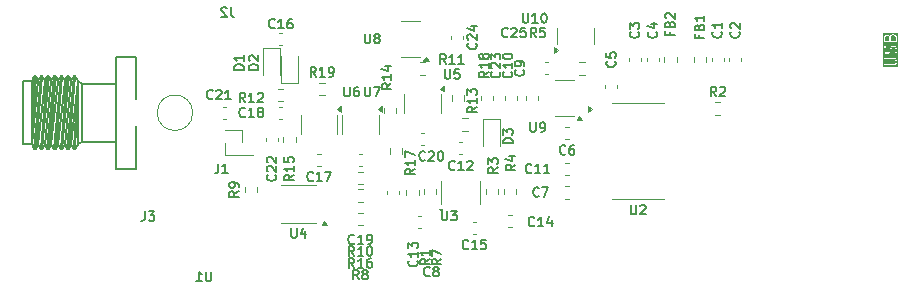
<source format=gbr>
%TF.GenerationSoftware,KiCad,Pcbnew,8.0.4*%
%TF.CreationDate,2024-10-10T14:53:49+07:00*%
%TF.ProjectId,ADC_pHAT_AFE,4144435f-7048-4415-945f-4146452e6b69,rev?*%
%TF.SameCoordinates,PX5cbead0PY5705d50*%
%TF.FileFunction,Legend,Top*%
%TF.FilePolarity,Positive*%
%FSLAX46Y46*%
G04 Gerber Fmt 4.6, Leading zero omitted, Abs format (unit mm)*
G04 Created by KiCad (PCBNEW 8.0.4) date 2024-10-10 14:53:49*
%MOMM*%
%LPD*%
G01*
G04 APERTURE LIST*
%ADD10C,0.100000*%
%ADD11C,0.150000*%
%ADD12C,0.120000*%
%ADD13C,0.200000*%
G04 APERTURE END LIST*
D10*
G36*
X63723753Y21488983D02*
G01*
X63759897Y21452838D01*
X63798609Y21375415D01*
X63798609Y21103885D01*
X63422419Y21103885D01*
X63422419Y21375415D01*
X63461130Y21452839D01*
X63497275Y21488983D01*
X63574699Y21527694D01*
X63646330Y21527694D01*
X63723753Y21488983D01*
G37*
G36*
X64247561Y21536602D02*
G01*
X64283708Y21500456D01*
X64322419Y21423034D01*
X64322419Y21103885D01*
X63898609Y21103885D01*
X63898609Y21379105D01*
X63939929Y21503067D01*
X63973465Y21536602D01*
X64050889Y21575313D01*
X64170139Y21575313D01*
X64247561Y21536602D01*
G37*
G36*
X64533530Y18892774D02*
G01*
X63211308Y18892774D01*
X63211308Y19644447D01*
X63326225Y19644447D01*
X63326225Y19606179D01*
X63353285Y19579119D01*
X63372419Y19575313D01*
X64170139Y19575313D01*
X64247561Y19536602D01*
X64283708Y19500456D01*
X64322419Y19423034D01*
X64322419Y19256165D01*
X64283708Y19178743D01*
X64247561Y19142597D01*
X64170139Y19103885D01*
X63372419Y19103885D01*
X63353285Y19100079D01*
X63326225Y19073019D01*
X63326225Y19034751D01*
X63353285Y19007691D01*
X63372419Y19003885D01*
X64181942Y19003885D01*
X64184398Y19004374D01*
X64185487Y19004011D01*
X64193214Y19006128D01*
X64201076Y19007691D01*
X64201887Y19008503D01*
X64204303Y19009164D01*
X64299540Y19056782D01*
X64305868Y19061694D01*
X64312535Y19066148D01*
X64360155Y19113767D01*
X64364609Y19120434D01*
X64369521Y19126762D01*
X64417140Y19222000D01*
X64417801Y19224416D01*
X64418613Y19225227D01*
X64420176Y19233089D01*
X64422293Y19240816D01*
X64421930Y19241905D01*
X64422419Y19244361D01*
X64422419Y19434837D01*
X64421930Y19437294D01*
X64422293Y19438382D01*
X64420176Y19446110D01*
X64418613Y19453971D01*
X64417801Y19454783D01*
X64417140Y19457198D01*
X64369521Y19552436D01*
X64364609Y19558765D01*
X64360155Y19565431D01*
X64312535Y19613050D01*
X64305868Y19617505D01*
X64299540Y19622416D01*
X64204303Y19670034D01*
X64201887Y19670696D01*
X64201076Y19671507D01*
X64193214Y19673071D01*
X64185487Y19675187D01*
X64184398Y19674825D01*
X64181942Y19675313D01*
X63372419Y19675313D01*
X63353285Y19671507D01*
X63326225Y19644447D01*
X63211308Y19644447D01*
X63211308Y20482456D01*
X63322419Y20482456D01*
X63322419Y20244361D01*
X63322907Y20241905D01*
X63322545Y20240816D01*
X63324661Y20233089D01*
X63326225Y20225227D01*
X63327036Y20224416D01*
X63327698Y20222000D01*
X63375316Y20126763D01*
X63380231Y20120430D01*
X63384683Y20113768D01*
X63432301Y20066149D01*
X63438967Y20061695D01*
X63445296Y20056783D01*
X63540534Y20009164D01*
X63542949Y20008503D01*
X63543761Y20007691D01*
X63551622Y20006128D01*
X63559350Y20004011D01*
X63560438Y20004374D01*
X63562895Y20003885D01*
X63658133Y20003885D01*
X63660589Y20004374D01*
X63661678Y20004011D01*
X63669405Y20006128D01*
X63677267Y20007691D01*
X63678078Y20008503D01*
X63680494Y20009164D01*
X63775731Y20056782D01*
X63782064Y20061698D01*
X63788726Y20066149D01*
X63836345Y20113767D01*
X63840799Y20120434D01*
X63845711Y20126762D01*
X63893330Y20222000D01*
X63894776Y20227282D01*
X63897116Y20232234D01*
X63943404Y20417386D01*
X63984939Y20500458D01*
X64021084Y20536602D01*
X64098508Y20575313D01*
X64170139Y20575313D01*
X64247561Y20536602D01*
X64283708Y20500456D01*
X64322419Y20423034D01*
X64322419Y20204855D01*
X64277366Y20069696D01*
X64274926Y20050341D01*
X64292040Y20016112D01*
X64328344Y20004011D01*
X64362573Y20021125D01*
X64372234Y20038074D01*
X64419853Y20180930D01*
X64420855Y20188881D01*
X64422419Y20196742D01*
X64422419Y20434837D01*
X64421930Y20437294D01*
X64422293Y20438382D01*
X64420176Y20446110D01*
X64418613Y20453971D01*
X64417801Y20454783D01*
X64417140Y20457198D01*
X64369521Y20552436D01*
X64364609Y20558765D01*
X64360155Y20565431D01*
X64312535Y20613050D01*
X64305868Y20617505D01*
X64299540Y20622416D01*
X64204303Y20670034D01*
X64201887Y20670696D01*
X64201076Y20671507D01*
X64193214Y20673071D01*
X64185487Y20675187D01*
X64184398Y20674825D01*
X64181942Y20675313D01*
X64086704Y20675313D01*
X64084247Y20674825D01*
X64083159Y20675187D01*
X64075431Y20673071D01*
X64067570Y20671507D01*
X64066758Y20670696D01*
X64064343Y20670034D01*
X63969105Y20622415D01*
X63962776Y20617504D01*
X63956110Y20613049D01*
X63908492Y20565430D01*
X63904040Y20558769D01*
X63899125Y20552435D01*
X63851507Y20457198D01*
X63850060Y20451917D01*
X63847721Y20446964D01*
X63801433Y20261814D01*
X63759897Y20178742D01*
X63723753Y20142597D01*
X63646330Y20103885D01*
X63574699Y20103885D01*
X63497275Y20142597D01*
X63461130Y20178741D01*
X63422419Y20256164D01*
X63422419Y20474343D01*
X63467472Y20609501D01*
X63469912Y20628857D01*
X63452798Y20663085D01*
X63416494Y20675187D01*
X63382265Y20658072D01*
X63372604Y20641124D01*
X63324985Y20498267D01*
X63323982Y20490319D01*
X63322419Y20482456D01*
X63211308Y20482456D01*
X63211308Y21387218D01*
X63322419Y21387218D01*
X63322419Y21053885D01*
X63326225Y21034751D01*
X63353285Y21007691D01*
X63372419Y21003885D01*
X64372419Y21003885D01*
X64391553Y21007691D01*
X64418613Y21034751D01*
X64422419Y21053885D01*
X64422419Y21434837D01*
X64421930Y21437294D01*
X64422293Y21438382D01*
X64420176Y21446110D01*
X64418613Y21453971D01*
X64417801Y21454783D01*
X64417140Y21457198D01*
X64369521Y21552436D01*
X64364609Y21558765D01*
X64360155Y21565431D01*
X64312535Y21613050D01*
X64305868Y21617505D01*
X64299540Y21622416D01*
X64204303Y21670034D01*
X64201887Y21670696D01*
X64201076Y21671507D01*
X64193214Y21673071D01*
X64185487Y21675187D01*
X64184398Y21674825D01*
X64181942Y21675313D01*
X64039085Y21675313D01*
X64036628Y21674825D01*
X64035540Y21675187D01*
X64027812Y21673071D01*
X64019951Y21671507D01*
X64019139Y21670696D01*
X64016724Y21670034D01*
X63921486Y21622415D01*
X63915157Y21617504D01*
X63908491Y21613049D01*
X63860873Y21565430D01*
X63859481Y21563348D01*
X63858455Y21562834D01*
X63854487Y21555874D01*
X63850034Y21549209D01*
X63850034Y21548062D01*
X63848794Y21545886D01*
X63838407Y21514726D01*
X63836345Y21517812D01*
X63788726Y21565430D01*
X63782064Y21569882D01*
X63775731Y21574797D01*
X63680494Y21622415D01*
X63678078Y21623077D01*
X63677267Y21623888D01*
X63669405Y21625452D01*
X63661678Y21627568D01*
X63660589Y21627206D01*
X63658133Y21627694D01*
X63562895Y21627694D01*
X63560438Y21627206D01*
X63559350Y21627568D01*
X63551622Y21625452D01*
X63543761Y21623888D01*
X63542949Y21623077D01*
X63540534Y21622415D01*
X63445296Y21574796D01*
X63438967Y21569885D01*
X63432301Y21565430D01*
X63384683Y21517811D01*
X63380231Y21511150D01*
X63375316Y21504816D01*
X63327698Y21409579D01*
X63327036Y21407164D01*
X63326225Y21406352D01*
X63324661Y21398491D01*
X63322545Y21390763D01*
X63322907Y21389675D01*
X63322419Y21387218D01*
X63211308Y21387218D01*
X63211308Y21786424D01*
X64533530Y21786424D01*
X64533530Y18892774D01*
G37*
D11*
X28145714Y3533896D02*
X28107618Y3495800D01*
X28107618Y3495800D02*
X27993333Y3457705D01*
X27993333Y3457705D02*
X27917142Y3457705D01*
X27917142Y3457705D02*
X27802856Y3495800D01*
X27802856Y3495800D02*
X27726666Y3571991D01*
X27726666Y3571991D02*
X27688571Y3648181D01*
X27688571Y3648181D02*
X27650475Y3800562D01*
X27650475Y3800562D02*
X27650475Y3914848D01*
X27650475Y3914848D02*
X27688571Y4067229D01*
X27688571Y4067229D02*
X27726666Y4143420D01*
X27726666Y4143420D02*
X27802856Y4219610D01*
X27802856Y4219610D02*
X27917142Y4257705D01*
X27917142Y4257705D02*
X27993333Y4257705D01*
X27993333Y4257705D02*
X28107618Y4219610D01*
X28107618Y4219610D02*
X28145714Y4181515D01*
X28907618Y3457705D02*
X28450475Y3457705D01*
X28679047Y3457705D02*
X28679047Y4257705D01*
X28679047Y4257705D02*
X28602856Y4143420D01*
X28602856Y4143420D02*
X28526666Y4067229D01*
X28526666Y4067229D02*
X28450475Y4029134D01*
X29631428Y4257705D02*
X29250476Y4257705D01*
X29250476Y4257705D02*
X29212380Y3876753D01*
X29212380Y3876753D02*
X29250476Y3914848D01*
X29250476Y3914848D02*
X29326666Y3952943D01*
X29326666Y3952943D02*
X29517142Y3952943D01*
X29517142Y3952943D02*
X29593333Y3914848D01*
X29593333Y3914848D02*
X29631428Y3876753D01*
X29631428Y3876753D02*
X29669523Y3800562D01*
X29669523Y3800562D02*
X29669523Y3610086D01*
X29669523Y3610086D02*
X29631428Y3533896D01*
X29631428Y3533896D02*
X29593333Y3495800D01*
X29593333Y3495800D02*
X29517142Y3457705D01*
X29517142Y3457705D02*
X29326666Y3457705D01*
X29326666Y3457705D02*
X29250476Y3495800D01*
X29250476Y3495800D02*
X29212380Y3533896D01*
X31892295Y12409525D02*
X31092295Y12409525D01*
X31092295Y12409525D02*
X31092295Y12600001D01*
X31092295Y12600001D02*
X31130390Y12714287D01*
X31130390Y12714287D02*
X31206580Y12790477D01*
X31206580Y12790477D02*
X31282771Y12828572D01*
X31282771Y12828572D02*
X31435152Y12866668D01*
X31435152Y12866668D02*
X31549438Y12866668D01*
X31549438Y12866668D02*
X31701819Y12828572D01*
X31701819Y12828572D02*
X31778009Y12790477D01*
X31778009Y12790477D02*
X31854200Y12714287D01*
X31854200Y12714287D02*
X31892295Y12600001D01*
X31892295Y12600001D02*
X31892295Y12409525D01*
X31092295Y13133334D02*
X31092295Y13628572D01*
X31092295Y13628572D02*
X31397057Y13361906D01*
X31397057Y13361906D02*
X31397057Y13476191D01*
X31397057Y13476191D02*
X31435152Y13552382D01*
X31435152Y13552382D02*
X31473247Y13590477D01*
X31473247Y13590477D02*
X31549438Y13628572D01*
X31549438Y13628572D02*
X31739914Y13628572D01*
X31739914Y13628572D02*
X31816104Y13590477D01*
X31816104Y13590477D02*
X31854200Y13552382D01*
X31854200Y13552382D02*
X31892295Y13476191D01*
X31892295Y13476191D02*
X31892295Y13247620D01*
X31892295Y13247620D02*
X31854200Y13171429D01*
X31854200Y13171429D02*
X31816104Y13133334D01*
X23786104Y2485715D02*
X23824200Y2447619D01*
X23824200Y2447619D02*
X23862295Y2333334D01*
X23862295Y2333334D02*
X23862295Y2257143D01*
X23862295Y2257143D02*
X23824200Y2142857D01*
X23824200Y2142857D02*
X23748009Y2066667D01*
X23748009Y2066667D02*
X23671819Y2028572D01*
X23671819Y2028572D02*
X23519438Y1990476D01*
X23519438Y1990476D02*
X23405152Y1990476D01*
X23405152Y1990476D02*
X23252771Y2028572D01*
X23252771Y2028572D02*
X23176580Y2066667D01*
X23176580Y2066667D02*
X23100390Y2142857D01*
X23100390Y2142857D02*
X23062295Y2257143D01*
X23062295Y2257143D02*
X23062295Y2333334D01*
X23062295Y2333334D02*
X23100390Y2447619D01*
X23100390Y2447619D02*
X23138485Y2485715D01*
X23862295Y3247619D02*
X23862295Y2790476D01*
X23862295Y3019048D02*
X23062295Y3019048D01*
X23062295Y3019048D02*
X23176580Y2942857D01*
X23176580Y2942857D02*
X23252771Y2866667D01*
X23252771Y2866667D02*
X23290866Y2790476D01*
X23062295Y3514286D02*
X23062295Y4009524D01*
X23062295Y4009524D02*
X23367057Y3742858D01*
X23367057Y3742858D02*
X23367057Y3857143D01*
X23367057Y3857143D02*
X23405152Y3933334D01*
X23405152Y3933334D02*
X23443247Y3971429D01*
X23443247Y3971429D02*
X23519438Y4009524D01*
X23519438Y4009524D02*
X23709914Y4009524D01*
X23709914Y4009524D02*
X23786104Y3971429D01*
X23786104Y3971429D02*
X23824200Y3933334D01*
X23824200Y3933334D02*
X23862295Y3857143D01*
X23862295Y3857143D02*
X23862295Y3628572D01*
X23862295Y3628572D02*
X23824200Y3552381D01*
X23824200Y3552381D02*
X23786104Y3514286D01*
X26235714Y19137705D02*
X25969047Y19518658D01*
X25778571Y19137705D02*
X25778571Y19937705D01*
X25778571Y19937705D02*
X26083333Y19937705D01*
X26083333Y19937705D02*
X26159523Y19899610D01*
X26159523Y19899610D02*
X26197618Y19861515D01*
X26197618Y19861515D02*
X26235714Y19785324D01*
X26235714Y19785324D02*
X26235714Y19671039D01*
X26235714Y19671039D02*
X26197618Y19594848D01*
X26197618Y19594848D02*
X26159523Y19556753D01*
X26159523Y19556753D02*
X26083333Y19518658D01*
X26083333Y19518658D02*
X25778571Y19518658D01*
X26997618Y19137705D02*
X26540475Y19137705D01*
X26769047Y19137705D02*
X26769047Y19937705D01*
X26769047Y19937705D02*
X26692856Y19823420D01*
X26692856Y19823420D02*
X26616666Y19747229D01*
X26616666Y19747229D02*
X26540475Y19709134D01*
X27759523Y19137705D02*
X27302380Y19137705D01*
X27530952Y19137705D02*
X27530952Y19937705D01*
X27530952Y19937705D02*
X27454761Y19823420D01*
X27454761Y19823420D02*
X27378571Y19747229D01*
X27378571Y19747229D02*
X27302380Y19709134D01*
X32786104Y18616668D02*
X32824200Y18578572D01*
X32824200Y18578572D02*
X32862295Y18464287D01*
X32862295Y18464287D02*
X32862295Y18388096D01*
X32862295Y18388096D02*
X32824200Y18273810D01*
X32824200Y18273810D02*
X32748009Y18197620D01*
X32748009Y18197620D02*
X32671819Y18159525D01*
X32671819Y18159525D02*
X32519438Y18121429D01*
X32519438Y18121429D02*
X32405152Y18121429D01*
X32405152Y18121429D02*
X32252771Y18159525D01*
X32252771Y18159525D02*
X32176580Y18197620D01*
X32176580Y18197620D02*
X32100390Y18273810D01*
X32100390Y18273810D02*
X32062295Y18388096D01*
X32062295Y18388096D02*
X32062295Y18464287D01*
X32062295Y18464287D02*
X32100390Y18578572D01*
X32100390Y18578572D02*
X32138485Y18616668D01*
X32862295Y18997620D02*
X32862295Y19150001D01*
X32862295Y19150001D02*
X32824200Y19226191D01*
X32824200Y19226191D02*
X32786104Y19264287D01*
X32786104Y19264287D02*
X32671819Y19340477D01*
X32671819Y19340477D02*
X32519438Y19378572D01*
X32519438Y19378572D02*
X32214676Y19378572D01*
X32214676Y19378572D02*
X32138485Y19340477D01*
X32138485Y19340477D02*
X32100390Y19302382D01*
X32100390Y19302382D02*
X32062295Y19226191D01*
X32062295Y19226191D02*
X32062295Y19073810D01*
X32062295Y19073810D02*
X32100390Y18997620D01*
X32100390Y18997620D02*
X32138485Y18959525D01*
X32138485Y18959525D02*
X32214676Y18921429D01*
X32214676Y18921429D02*
X32405152Y18921429D01*
X32405152Y18921429D02*
X32481342Y18959525D01*
X32481342Y18959525D02*
X32519438Y18997620D01*
X32519438Y18997620D02*
X32557533Y19073810D01*
X32557533Y19073810D02*
X32557533Y19226191D01*
X32557533Y19226191D02*
X32519438Y19302382D01*
X32519438Y19302382D02*
X32481342Y19340477D01*
X32481342Y19340477D02*
X32405152Y19378572D01*
X21612295Y17485715D02*
X21231342Y17219048D01*
X21612295Y17028572D02*
X20812295Y17028572D01*
X20812295Y17028572D02*
X20812295Y17333334D01*
X20812295Y17333334D02*
X20850390Y17409524D01*
X20850390Y17409524D02*
X20888485Y17447619D01*
X20888485Y17447619D02*
X20964676Y17485715D01*
X20964676Y17485715D02*
X21078961Y17485715D01*
X21078961Y17485715D02*
X21155152Y17447619D01*
X21155152Y17447619D02*
X21193247Y17409524D01*
X21193247Y17409524D02*
X21231342Y17333334D01*
X21231342Y17333334D02*
X21231342Y17028572D01*
X21612295Y18247619D02*
X21612295Y17790476D01*
X21612295Y18019048D02*
X20812295Y18019048D01*
X20812295Y18019048D02*
X20926580Y17942857D01*
X20926580Y17942857D02*
X21002771Y17866667D01*
X21002771Y17866667D02*
X21040866Y17790476D01*
X21078961Y18933334D02*
X21612295Y18933334D01*
X20774200Y18742858D02*
X21345628Y18552381D01*
X21345628Y18552381D02*
X21345628Y19047620D01*
X44036104Y21866668D02*
X44074200Y21828572D01*
X44074200Y21828572D02*
X44112295Y21714287D01*
X44112295Y21714287D02*
X44112295Y21638096D01*
X44112295Y21638096D02*
X44074200Y21523810D01*
X44074200Y21523810D02*
X43998009Y21447620D01*
X43998009Y21447620D02*
X43921819Y21409525D01*
X43921819Y21409525D02*
X43769438Y21371429D01*
X43769438Y21371429D02*
X43655152Y21371429D01*
X43655152Y21371429D02*
X43502771Y21409525D01*
X43502771Y21409525D02*
X43426580Y21447620D01*
X43426580Y21447620D02*
X43350390Y21523810D01*
X43350390Y21523810D02*
X43312295Y21638096D01*
X43312295Y21638096D02*
X43312295Y21714287D01*
X43312295Y21714287D02*
X43350390Y21828572D01*
X43350390Y21828572D02*
X43388485Y21866668D01*
X43578961Y22552382D02*
X44112295Y22552382D01*
X43274200Y22361906D02*
X43845628Y22171429D01*
X43845628Y22171429D02*
X43845628Y22666668D01*
X30612295Y10366668D02*
X30231342Y10100001D01*
X30612295Y9909525D02*
X29812295Y9909525D01*
X29812295Y9909525D02*
X29812295Y10214287D01*
X29812295Y10214287D02*
X29850390Y10290477D01*
X29850390Y10290477D02*
X29888485Y10328572D01*
X29888485Y10328572D02*
X29964676Y10366668D01*
X29964676Y10366668D02*
X30078961Y10366668D01*
X30078961Y10366668D02*
X30155152Y10328572D01*
X30155152Y10328572D02*
X30193247Y10290477D01*
X30193247Y10290477D02*
X30231342Y10214287D01*
X30231342Y10214287D02*
X30231342Y9909525D01*
X29812295Y10633334D02*
X29812295Y11128572D01*
X29812295Y11128572D02*
X30117057Y10861906D01*
X30117057Y10861906D02*
X30117057Y10976191D01*
X30117057Y10976191D02*
X30155152Y11052382D01*
X30155152Y11052382D02*
X30193247Y11090477D01*
X30193247Y11090477D02*
X30269438Y11128572D01*
X30269438Y11128572D02*
X30459914Y11128572D01*
X30459914Y11128572D02*
X30536104Y11090477D01*
X30536104Y11090477D02*
X30574200Y11052382D01*
X30574200Y11052382D02*
X30612295Y10976191D01*
X30612295Y10976191D02*
X30612295Y10747620D01*
X30612295Y10747620D02*
X30574200Y10671429D01*
X30574200Y10671429D02*
X30536104Y10633334D01*
X10362295Y18659525D02*
X9562295Y18659525D01*
X9562295Y18659525D02*
X9562295Y18850001D01*
X9562295Y18850001D02*
X9600390Y18964287D01*
X9600390Y18964287D02*
X9676580Y19040477D01*
X9676580Y19040477D02*
X9752771Y19078572D01*
X9752771Y19078572D02*
X9905152Y19116668D01*
X9905152Y19116668D02*
X10019438Y19116668D01*
X10019438Y19116668D02*
X10171819Y19078572D01*
X10171819Y19078572D02*
X10248009Y19040477D01*
X10248009Y19040477D02*
X10324200Y18964287D01*
X10324200Y18964287D02*
X10362295Y18850001D01*
X10362295Y18850001D02*
X10362295Y18659525D01*
X9638485Y19421429D02*
X9600390Y19459525D01*
X9600390Y19459525D02*
X9562295Y19535715D01*
X9562295Y19535715D02*
X9562295Y19726191D01*
X9562295Y19726191D02*
X9600390Y19802382D01*
X9600390Y19802382D02*
X9638485Y19840477D01*
X9638485Y19840477D02*
X9714676Y19878572D01*
X9714676Y19878572D02*
X9790866Y19878572D01*
X9790866Y19878572D02*
X9905152Y19840477D01*
X9905152Y19840477D02*
X10362295Y19383334D01*
X10362295Y19383334D02*
X10362295Y19878572D01*
X33866667Y21387705D02*
X33600000Y21768658D01*
X33409524Y21387705D02*
X33409524Y22187705D01*
X33409524Y22187705D02*
X33714286Y22187705D01*
X33714286Y22187705D02*
X33790476Y22149610D01*
X33790476Y22149610D02*
X33828571Y22111515D01*
X33828571Y22111515D02*
X33866667Y22035324D01*
X33866667Y22035324D02*
X33866667Y21921039D01*
X33866667Y21921039D02*
X33828571Y21844848D01*
X33828571Y21844848D02*
X33790476Y21806753D01*
X33790476Y21806753D02*
X33714286Y21768658D01*
X33714286Y21768658D02*
X33409524Y21768658D01*
X34590476Y22187705D02*
X34209524Y22187705D01*
X34209524Y22187705D02*
X34171428Y21806753D01*
X34171428Y21806753D02*
X34209524Y21844848D01*
X34209524Y21844848D02*
X34285714Y21882943D01*
X34285714Y21882943D02*
X34476190Y21882943D01*
X34476190Y21882943D02*
X34552381Y21844848D01*
X34552381Y21844848D02*
X34590476Y21806753D01*
X34590476Y21806753D02*
X34628571Y21730562D01*
X34628571Y21730562D02*
X34628571Y21540086D01*
X34628571Y21540086D02*
X34590476Y21463896D01*
X34590476Y21463896D02*
X34552381Y21425800D01*
X34552381Y21425800D02*
X34476190Y21387705D01*
X34476190Y21387705D02*
X34285714Y21387705D01*
X34285714Y21387705D02*
X34209524Y21425800D01*
X34209524Y21425800D02*
X34171428Y21463896D01*
X19390476Y21687705D02*
X19390476Y21040086D01*
X19390476Y21040086D02*
X19428571Y20963896D01*
X19428571Y20963896D02*
X19466666Y20925800D01*
X19466666Y20925800D02*
X19542857Y20887705D01*
X19542857Y20887705D02*
X19695238Y20887705D01*
X19695238Y20887705D02*
X19771428Y20925800D01*
X19771428Y20925800D02*
X19809523Y20963896D01*
X19809523Y20963896D02*
X19847619Y21040086D01*
X19847619Y21040086D02*
X19847619Y21687705D01*
X20342856Y21344848D02*
X20266666Y21382943D01*
X20266666Y21382943D02*
X20228571Y21421039D01*
X20228571Y21421039D02*
X20190475Y21497229D01*
X20190475Y21497229D02*
X20190475Y21535324D01*
X20190475Y21535324D02*
X20228571Y21611515D01*
X20228571Y21611515D02*
X20266666Y21649610D01*
X20266666Y21649610D02*
X20342856Y21687705D01*
X20342856Y21687705D02*
X20495237Y21687705D01*
X20495237Y21687705D02*
X20571428Y21649610D01*
X20571428Y21649610D02*
X20609523Y21611515D01*
X20609523Y21611515D02*
X20647618Y21535324D01*
X20647618Y21535324D02*
X20647618Y21497229D01*
X20647618Y21497229D02*
X20609523Y21421039D01*
X20609523Y21421039D02*
X20571428Y21382943D01*
X20571428Y21382943D02*
X20495237Y21344848D01*
X20495237Y21344848D02*
X20342856Y21344848D01*
X20342856Y21344848D02*
X20266666Y21306753D01*
X20266666Y21306753D02*
X20228571Y21268658D01*
X20228571Y21268658D02*
X20190475Y21192467D01*
X20190475Y21192467D02*
X20190475Y21040086D01*
X20190475Y21040086D02*
X20228571Y20963896D01*
X20228571Y20963896D02*
X20266666Y20925800D01*
X20266666Y20925800D02*
X20342856Y20887705D01*
X20342856Y20887705D02*
X20495237Y20887705D01*
X20495237Y20887705D02*
X20571428Y20925800D01*
X20571428Y20925800D02*
X20609523Y20963896D01*
X20609523Y20963896D02*
X20647618Y21040086D01*
X20647618Y21040086D02*
X20647618Y21192467D01*
X20647618Y21192467D02*
X20609523Y21268658D01*
X20609523Y21268658D02*
X20571428Y21306753D01*
X20571428Y21306753D02*
X20495237Y21344848D01*
X9112295Y18659525D02*
X8312295Y18659525D01*
X8312295Y18659525D02*
X8312295Y18850001D01*
X8312295Y18850001D02*
X8350390Y18964287D01*
X8350390Y18964287D02*
X8426580Y19040477D01*
X8426580Y19040477D02*
X8502771Y19078572D01*
X8502771Y19078572D02*
X8655152Y19116668D01*
X8655152Y19116668D02*
X8769438Y19116668D01*
X8769438Y19116668D02*
X8921819Y19078572D01*
X8921819Y19078572D02*
X8998009Y19040477D01*
X8998009Y19040477D02*
X9074200Y18964287D01*
X9074200Y18964287D02*
X9112295Y18850001D01*
X9112295Y18850001D02*
X9112295Y18659525D01*
X9112295Y19878572D02*
X9112295Y19421429D01*
X9112295Y19650001D02*
X8312295Y19650001D01*
X8312295Y19650001D02*
X8426580Y19573810D01*
X8426580Y19573810D02*
X8502771Y19497620D01*
X8502771Y19497620D02*
X8540866Y19421429D01*
X25890476Y6687705D02*
X25890476Y6040086D01*
X25890476Y6040086D02*
X25928571Y5963896D01*
X25928571Y5963896D02*
X25966666Y5925800D01*
X25966666Y5925800D02*
X26042857Y5887705D01*
X26042857Y5887705D02*
X26195238Y5887705D01*
X26195238Y5887705D02*
X26271428Y5925800D01*
X26271428Y5925800D02*
X26309523Y5963896D01*
X26309523Y5963896D02*
X26347619Y6040086D01*
X26347619Y6040086D02*
X26347619Y6687705D01*
X26652380Y6687705D02*
X27147618Y6687705D01*
X27147618Y6687705D02*
X26880952Y6382943D01*
X26880952Y6382943D02*
X26995237Y6382943D01*
X26995237Y6382943D02*
X27071428Y6344848D01*
X27071428Y6344848D02*
X27109523Y6306753D01*
X27109523Y6306753D02*
X27147618Y6230562D01*
X27147618Y6230562D02*
X27147618Y6040086D01*
X27147618Y6040086D02*
X27109523Y5963896D01*
X27109523Y5963896D02*
X27071428Y5925800D01*
X27071428Y5925800D02*
X26995237Y5887705D01*
X26995237Y5887705D02*
X26766666Y5887705D01*
X26766666Y5887705D02*
X26690475Y5925800D01*
X26690475Y5925800D02*
X26652380Y5963896D01*
X15235714Y18067705D02*
X14969047Y18448658D01*
X14778571Y18067705D02*
X14778571Y18867705D01*
X14778571Y18867705D02*
X15083333Y18867705D01*
X15083333Y18867705D02*
X15159523Y18829610D01*
X15159523Y18829610D02*
X15197618Y18791515D01*
X15197618Y18791515D02*
X15235714Y18715324D01*
X15235714Y18715324D02*
X15235714Y18601039D01*
X15235714Y18601039D02*
X15197618Y18524848D01*
X15197618Y18524848D02*
X15159523Y18486753D01*
X15159523Y18486753D02*
X15083333Y18448658D01*
X15083333Y18448658D02*
X14778571Y18448658D01*
X15997618Y18067705D02*
X15540475Y18067705D01*
X15769047Y18067705D02*
X15769047Y18867705D01*
X15769047Y18867705D02*
X15692856Y18753420D01*
X15692856Y18753420D02*
X15616666Y18677229D01*
X15616666Y18677229D02*
X15540475Y18639134D01*
X16378571Y18067705D02*
X16530952Y18067705D01*
X16530952Y18067705D02*
X16607142Y18105800D01*
X16607142Y18105800D02*
X16645238Y18143896D01*
X16645238Y18143896D02*
X16721428Y18258181D01*
X16721428Y18258181D02*
X16759523Y18410562D01*
X16759523Y18410562D02*
X16759523Y18715324D01*
X16759523Y18715324D02*
X16721428Y18791515D01*
X16721428Y18791515D02*
X16683333Y18829610D01*
X16683333Y18829610D02*
X16607142Y18867705D01*
X16607142Y18867705D02*
X16454761Y18867705D01*
X16454761Y18867705D02*
X16378571Y18829610D01*
X16378571Y18829610D02*
X16340476Y18791515D01*
X16340476Y18791515D02*
X16302380Y18715324D01*
X16302380Y18715324D02*
X16302380Y18524848D01*
X16302380Y18524848D02*
X16340476Y18448658D01*
X16340476Y18448658D02*
X16378571Y18410562D01*
X16378571Y18410562D02*
X16454761Y18372467D01*
X16454761Y18372467D02*
X16607142Y18372467D01*
X16607142Y18372467D02*
X16683333Y18410562D01*
X16683333Y18410562D02*
X16721428Y18448658D01*
X16721428Y18448658D02*
X16759523Y18524848D01*
X767731Y6655705D02*
X767731Y6084277D01*
X767731Y6084277D02*
X729636Y5969991D01*
X729636Y5969991D02*
X653445Y5893800D01*
X653445Y5893800D02*
X539160Y5855705D01*
X539160Y5855705D02*
X462969Y5855705D01*
X1072493Y6655705D02*
X1567731Y6655705D01*
X1567731Y6655705D02*
X1301065Y6350943D01*
X1301065Y6350943D02*
X1415350Y6350943D01*
X1415350Y6350943D02*
X1491541Y6312848D01*
X1491541Y6312848D02*
X1529636Y6274753D01*
X1529636Y6274753D02*
X1567731Y6198562D01*
X1567731Y6198562D02*
X1567731Y6008086D01*
X1567731Y6008086D02*
X1529636Y5931896D01*
X1529636Y5931896D02*
X1491541Y5893800D01*
X1491541Y5893800D02*
X1415350Y5855705D01*
X1415350Y5855705D02*
X1186779Y5855705D01*
X1186779Y5855705D02*
X1110588Y5893800D01*
X1110588Y5893800D02*
X1072493Y5931896D01*
X13140476Y5237705D02*
X13140476Y4590086D01*
X13140476Y4590086D02*
X13178571Y4513896D01*
X13178571Y4513896D02*
X13216666Y4475800D01*
X13216666Y4475800D02*
X13292857Y4437705D01*
X13292857Y4437705D02*
X13445238Y4437705D01*
X13445238Y4437705D02*
X13521428Y4475800D01*
X13521428Y4475800D02*
X13559523Y4513896D01*
X13559523Y4513896D02*
X13597619Y4590086D01*
X13597619Y4590086D02*
X13597619Y5237705D01*
X14321428Y4971039D02*
X14321428Y4437705D01*
X14130952Y5275800D02*
X13940475Y4704372D01*
X13940475Y4704372D02*
X14435714Y4704372D01*
X9235714Y14713896D02*
X9197618Y14675800D01*
X9197618Y14675800D02*
X9083333Y14637705D01*
X9083333Y14637705D02*
X9007142Y14637705D01*
X9007142Y14637705D02*
X8892856Y14675800D01*
X8892856Y14675800D02*
X8816666Y14751991D01*
X8816666Y14751991D02*
X8778571Y14828181D01*
X8778571Y14828181D02*
X8740475Y14980562D01*
X8740475Y14980562D02*
X8740475Y15094848D01*
X8740475Y15094848D02*
X8778571Y15247229D01*
X8778571Y15247229D02*
X8816666Y15323420D01*
X8816666Y15323420D02*
X8892856Y15399610D01*
X8892856Y15399610D02*
X9007142Y15437705D01*
X9007142Y15437705D02*
X9083333Y15437705D01*
X9083333Y15437705D02*
X9197618Y15399610D01*
X9197618Y15399610D02*
X9235714Y15361515D01*
X9997618Y14637705D02*
X9540475Y14637705D01*
X9769047Y14637705D02*
X9769047Y15437705D01*
X9769047Y15437705D02*
X9692856Y15323420D01*
X9692856Y15323420D02*
X9616666Y15247229D01*
X9616666Y15247229D02*
X9540475Y15209134D01*
X10454761Y15094848D02*
X10378571Y15132943D01*
X10378571Y15132943D02*
X10340476Y15171039D01*
X10340476Y15171039D02*
X10302380Y15247229D01*
X10302380Y15247229D02*
X10302380Y15285324D01*
X10302380Y15285324D02*
X10340476Y15361515D01*
X10340476Y15361515D02*
X10378571Y15399610D01*
X10378571Y15399610D02*
X10454761Y15437705D01*
X10454761Y15437705D02*
X10607142Y15437705D01*
X10607142Y15437705D02*
X10683333Y15399610D01*
X10683333Y15399610D02*
X10721428Y15361515D01*
X10721428Y15361515D02*
X10759523Y15285324D01*
X10759523Y15285324D02*
X10759523Y15247229D01*
X10759523Y15247229D02*
X10721428Y15171039D01*
X10721428Y15171039D02*
X10683333Y15132943D01*
X10683333Y15132943D02*
X10607142Y15094848D01*
X10607142Y15094848D02*
X10454761Y15094848D01*
X10454761Y15094848D02*
X10378571Y15056753D01*
X10378571Y15056753D02*
X10340476Y15018658D01*
X10340476Y15018658D02*
X10302380Y14942467D01*
X10302380Y14942467D02*
X10302380Y14790086D01*
X10302380Y14790086D02*
X10340476Y14713896D01*
X10340476Y14713896D02*
X10378571Y14675800D01*
X10378571Y14675800D02*
X10454761Y14637705D01*
X10454761Y14637705D02*
X10607142Y14637705D01*
X10607142Y14637705D02*
X10683333Y14675800D01*
X10683333Y14675800D02*
X10721428Y14713896D01*
X10721428Y14713896D02*
X10759523Y14790086D01*
X10759523Y14790086D02*
X10759523Y14942467D01*
X10759523Y14942467D02*
X10721428Y15018658D01*
X10721428Y15018658D02*
X10683333Y15056753D01*
X10683333Y15056753D02*
X10607142Y15094848D01*
X41890476Y7187705D02*
X41890476Y6540086D01*
X41890476Y6540086D02*
X41928571Y6463896D01*
X41928571Y6463896D02*
X41966666Y6425800D01*
X41966666Y6425800D02*
X42042857Y6387705D01*
X42042857Y6387705D02*
X42195238Y6387705D01*
X42195238Y6387705D02*
X42271428Y6425800D01*
X42271428Y6425800D02*
X42309523Y6463896D01*
X42309523Y6463896D02*
X42347619Y6540086D01*
X42347619Y6540086D02*
X42347619Y7187705D01*
X42690475Y7111515D02*
X42728571Y7149610D01*
X42728571Y7149610D02*
X42804761Y7187705D01*
X42804761Y7187705D02*
X42995237Y7187705D01*
X42995237Y7187705D02*
X43071428Y7149610D01*
X43071428Y7149610D02*
X43109523Y7111515D01*
X43109523Y7111515D02*
X43147618Y7035324D01*
X43147618Y7035324D02*
X43147618Y6959134D01*
X43147618Y6959134D02*
X43109523Y6844848D01*
X43109523Y6844848D02*
X42652380Y6387705D01*
X42652380Y6387705D02*
X43147618Y6387705D01*
X28862295Y15485715D02*
X28481342Y15219048D01*
X28862295Y15028572D02*
X28062295Y15028572D01*
X28062295Y15028572D02*
X28062295Y15333334D01*
X28062295Y15333334D02*
X28100390Y15409524D01*
X28100390Y15409524D02*
X28138485Y15447619D01*
X28138485Y15447619D02*
X28214676Y15485715D01*
X28214676Y15485715D02*
X28328961Y15485715D01*
X28328961Y15485715D02*
X28405152Y15447619D01*
X28405152Y15447619D02*
X28443247Y15409524D01*
X28443247Y15409524D02*
X28481342Y15333334D01*
X28481342Y15333334D02*
X28481342Y15028572D01*
X28862295Y16247619D02*
X28862295Y15790476D01*
X28862295Y16019048D02*
X28062295Y16019048D01*
X28062295Y16019048D02*
X28176580Y15942857D01*
X28176580Y15942857D02*
X28252771Y15866667D01*
X28252771Y15866667D02*
X28290866Y15790476D01*
X28062295Y16514286D02*
X28062295Y17009524D01*
X28062295Y17009524D02*
X28367057Y16742858D01*
X28367057Y16742858D02*
X28367057Y16857143D01*
X28367057Y16857143D02*
X28405152Y16933334D01*
X28405152Y16933334D02*
X28443247Y16971429D01*
X28443247Y16971429D02*
X28519438Y17009524D01*
X28519438Y17009524D02*
X28709914Y17009524D01*
X28709914Y17009524D02*
X28786104Y16971429D01*
X28786104Y16971429D02*
X28824200Y16933334D01*
X28824200Y16933334D02*
X28862295Y16857143D01*
X28862295Y16857143D02*
X28862295Y16628572D01*
X28862295Y16628572D02*
X28824200Y16552381D01*
X28824200Y16552381D02*
X28786104Y16514286D01*
X33485714Y9963896D02*
X33447618Y9925800D01*
X33447618Y9925800D02*
X33333333Y9887705D01*
X33333333Y9887705D02*
X33257142Y9887705D01*
X33257142Y9887705D02*
X33142856Y9925800D01*
X33142856Y9925800D02*
X33066666Y10001991D01*
X33066666Y10001991D02*
X33028571Y10078181D01*
X33028571Y10078181D02*
X32990475Y10230562D01*
X32990475Y10230562D02*
X32990475Y10344848D01*
X32990475Y10344848D02*
X33028571Y10497229D01*
X33028571Y10497229D02*
X33066666Y10573420D01*
X33066666Y10573420D02*
X33142856Y10649610D01*
X33142856Y10649610D02*
X33257142Y10687705D01*
X33257142Y10687705D02*
X33333333Y10687705D01*
X33333333Y10687705D02*
X33447618Y10649610D01*
X33447618Y10649610D02*
X33485714Y10611515D01*
X34247618Y9887705D02*
X33790475Y9887705D01*
X34019047Y9887705D02*
X34019047Y10687705D01*
X34019047Y10687705D02*
X33942856Y10573420D01*
X33942856Y10573420D02*
X33866666Y10497229D01*
X33866666Y10497229D02*
X33790475Y10459134D01*
X35009523Y9887705D02*
X34552380Y9887705D01*
X34780952Y9887705D02*
X34780952Y10687705D01*
X34780952Y10687705D02*
X34704761Y10573420D01*
X34704761Y10573420D02*
X34628571Y10497229D01*
X34628571Y10497229D02*
X34552380Y10459134D01*
X32759524Y23437705D02*
X32759524Y22790086D01*
X32759524Y22790086D02*
X32797619Y22713896D01*
X32797619Y22713896D02*
X32835714Y22675800D01*
X32835714Y22675800D02*
X32911905Y22637705D01*
X32911905Y22637705D02*
X33064286Y22637705D01*
X33064286Y22637705D02*
X33140476Y22675800D01*
X33140476Y22675800D02*
X33178571Y22713896D01*
X33178571Y22713896D02*
X33216667Y22790086D01*
X33216667Y22790086D02*
X33216667Y23437705D01*
X34016666Y22637705D02*
X33559523Y22637705D01*
X33788095Y22637705D02*
X33788095Y23437705D01*
X33788095Y23437705D02*
X33711904Y23323420D01*
X33711904Y23323420D02*
X33635714Y23247229D01*
X33635714Y23247229D02*
X33559523Y23209134D01*
X34511905Y23437705D02*
X34588095Y23437705D01*
X34588095Y23437705D02*
X34664286Y23399610D01*
X34664286Y23399610D02*
X34702381Y23361515D01*
X34702381Y23361515D02*
X34740476Y23285324D01*
X34740476Y23285324D02*
X34778571Y23132943D01*
X34778571Y23132943D02*
X34778571Y22942467D01*
X34778571Y22942467D02*
X34740476Y22790086D01*
X34740476Y22790086D02*
X34702381Y22713896D01*
X34702381Y22713896D02*
X34664286Y22675800D01*
X34664286Y22675800D02*
X34588095Y22637705D01*
X34588095Y22637705D02*
X34511905Y22637705D01*
X34511905Y22637705D02*
X34435714Y22675800D01*
X34435714Y22675800D02*
X34397619Y22713896D01*
X34397619Y22713896D02*
X34359524Y22790086D01*
X34359524Y22790086D02*
X34321428Y22942467D01*
X34321428Y22942467D02*
X34321428Y23132943D01*
X34321428Y23132943D02*
X34359524Y23285324D01*
X34359524Y23285324D02*
X34397619Y23361515D01*
X34397619Y23361515D02*
X34435714Y23399610D01*
X34435714Y23399610D02*
X34511905Y23437705D01*
X34116667Y7963896D02*
X34078571Y7925800D01*
X34078571Y7925800D02*
X33964286Y7887705D01*
X33964286Y7887705D02*
X33888095Y7887705D01*
X33888095Y7887705D02*
X33773809Y7925800D01*
X33773809Y7925800D02*
X33697619Y8001991D01*
X33697619Y8001991D02*
X33659524Y8078181D01*
X33659524Y8078181D02*
X33621428Y8230562D01*
X33621428Y8230562D02*
X33621428Y8344848D01*
X33621428Y8344848D02*
X33659524Y8497229D01*
X33659524Y8497229D02*
X33697619Y8573420D01*
X33697619Y8573420D02*
X33773809Y8649610D01*
X33773809Y8649610D02*
X33888095Y8687705D01*
X33888095Y8687705D02*
X33964286Y8687705D01*
X33964286Y8687705D02*
X34078571Y8649610D01*
X34078571Y8649610D02*
X34116667Y8611515D01*
X34383333Y8687705D02*
X34916667Y8687705D01*
X34916667Y8687705D02*
X34573809Y7887705D01*
X18866667Y887705D02*
X18600000Y1268658D01*
X18409524Y887705D02*
X18409524Y1687705D01*
X18409524Y1687705D02*
X18714286Y1687705D01*
X18714286Y1687705D02*
X18790476Y1649610D01*
X18790476Y1649610D02*
X18828571Y1611515D01*
X18828571Y1611515D02*
X18866667Y1535324D01*
X18866667Y1535324D02*
X18866667Y1421039D01*
X18866667Y1421039D02*
X18828571Y1344848D01*
X18828571Y1344848D02*
X18790476Y1306753D01*
X18790476Y1306753D02*
X18714286Y1268658D01*
X18714286Y1268658D02*
X18409524Y1268658D01*
X19323809Y1344848D02*
X19247619Y1382943D01*
X19247619Y1382943D02*
X19209524Y1421039D01*
X19209524Y1421039D02*
X19171428Y1497229D01*
X19171428Y1497229D02*
X19171428Y1535324D01*
X19171428Y1535324D02*
X19209524Y1611515D01*
X19209524Y1611515D02*
X19247619Y1649610D01*
X19247619Y1649610D02*
X19323809Y1687705D01*
X19323809Y1687705D02*
X19476190Y1687705D01*
X19476190Y1687705D02*
X19552381Y1649610D01*
X19552381Y1649610D02*
X19590476Y1611515D01*
X19590476Y1611515D02*
X19628571Y1535324D01*
X19628571Y1535324D02*
X19628571Y1497229D01*
X19628571Y1497229D02*
X19590476Y1421039D01*
X19590476Y1421039D02*
X19552381Y1382943D01*
X19552381Y1382943D02*
X19476190Y1344848D01*
X19476190Y1344848D02*
X19323809Y1344848D01*
X19323809Y1344848D02*
X19247619Y1306753D01*
X19247619Y1306753D02*
X19209524Y1268658D01*
X19209524Y1268658D02*
X19171428Y1192467D01*
X19171428Y1192467D02*
X19171428Y1040086D01*
X19171428Y1040086D02*
X19209524Y963896D01*
X19209524Y963896D02*
X19247619Y925800D01*
X19247619Y925800D02*
X19323809Y887705D01*
X19323809Y887705D02*
X19476190Y887705D01*
X19476190Y887705D02*
X19552381Y925800D01*
X19552381Y925800D02*
X19590476Y963896D01*
X19590476Y963896D02*
X19628571Y1040086D01*
X19628571Y1040086D02*
X19628571Y1192467D01*
X19628571Y1192467D02*
X19590476Y1268658D01*
X19590476Y1268658D02*
X19552381Y1306753D01*
X19552381Y1306753D02*
X19476190Y1344848D01*
X49116667Y16417705D02*
X48850000Y16798658D01*
X48659524Y16417705D02*
X48659524Y17217705D01*
X48659524Y17217705D02*
X48964286Y17217705D01*
X48964286Y17217705D02*
X49040476Y17179610D01*
X49040476Y17179610D02*
X49078571Y17141515D01*
X49078571Y17141515D02*
X49116667Y17065324D01*
X49116667Y17065324D02*
X49116667Y16951039D01*
X49116667Y16951039D02*
X49078571Y16874848D01*
X49078571Y16874848D02*
X49040476Y16836753D01*
X49040476Y16836753D02*
X48964286Y16798658D01*
X48964286Y16798658D02*
X48659524Y16798658D01*
X49421428Y17141515D02*
X49459524Y17179610D01*
X49459524Y17179610D02*
X49535714Y17217705D01*
X49535714Y17217705D02*
X49726190Y17217705D01*
X49726190Y17217705D02*
X49802381Y17179610D01*
X49802381Y17179610D02*
X49840476Y17141515D01*
X49840476Y17141515D02*
X49878571Y17065324D01*
X49878571Y17065324D02*
X49878571Y16989134D01*
X49878571Y16989134D02*
X49840476Y16874848D01*
X49840476Y16874848D02*
X49383333Y16417705D01*
X49383333Y16417705D02*
X49878571Y16417705D01*
X51036104Y21866668D02*
X51074200Y21828572D01*
X51074200Y21828572D02*
X51112295Y21714287D01*
X51112295Y21714287D02*
X51112295Y21638096D01*
X51112295Y21638096D02*
X51074200Y21523810D01*
X51074200Y21523810D02*
X50998009Y21447620D01*
X50998009Y21447620D02*
X50921819Y21409525D01*
X50921819Y21409525D02*
X50769438Y21371429D01*
X50769438Y21371429D02*
X50655152Y21371429D01*
X50655152Y21371429D02*
X50502771Y21409525D01*
X50502771Y21409525D02*
X50426580Y21447620D01*
X50426580Y21447620D02*
X50350390Y21523810D01*
X50350390Y21523810D02*
X50312295Y21638096D01*
X50312295Y21638096D02*
X50312295Y21714287D01*
X50312295Y21714287D02*
X50350390Y21828572D01*
X50350390Y21828572D02*
X50388485Y21866668D01*
X50388485Y22171429D02*
X50350390Y22209525D01*
X50350390Y22209525D02*
X50312295Y22285715D01*
X50312295Y22285715D02*
X50312295Y22476191D01*
X50312295Y22476191D02*
X50350390Y22552382D01*
X50350390Y22552382D02*
X50388485Y22590477D01*
X50388485Y22590477D02*
X50464676Y22628572D01*
X50464676Y22628572D02*
X50540866Y22628572D01*
X50540866Y22628572D02*
X50655152Y22590477D01*
X50655152Y22590477D02*
X51112295Y22133334D01*
X51112295Y22133334D02*
X51112295Y22628572D01*
X30786104Y18485715D02*
X30824200Y18447619D01*
X30824200Y18447619D02*
X30862295Y18333334D01*
X30862295Y18333334D02*
X30862295Y18257143D01*
X30862295Y18257143D02*
X30824200Y18142857D01*
X30824200Y18142857D02*
X30748009Y18066667D01*
X30748009Y18066667D02*
X30671819Y18028572D01*
X30671819Y18028572D02*
X30519438Y17990476D01*
X30519438Y17990476D02*
X30405152Y17990476D01*
X30405152Y17990476D02*
X30252771Y18028572D01*
X30252771Y18028572D02*
X30176580Y18066667D01*
X30176580Y18066667D02*
X30100390Y18142857D01*
X30100390Y18142857D02*
X30062295Y18257143D01*
X30062295Y18257143D02*
X30062295Y18333334D01*
X30062295Y18333334D02*
X30100390Y18447619D01*
X30100390Y18447619D02*
X30138485Y18485715D01*
X30138485Y18790476D02*
X30100390Y18828572D01*
X30100390Y18828572D02*
X30062295Y18904762D01*
X30062295Y18904762D02*
X30062295Y19095238D01*
X30062295Y19095238D02*
X30100390Y19171429D01*
X30100390Y19171429D02*
X30138485Y19209524D01*
X30138485Y19209524D02*
X30214676Y19247619D01*
X30214676Y19247619D02*
X30290866Y19247619D01*
X30290866Y19247619D02*
X30405152Y19209524D01*
X30405152Y19209524D02*
X30862295Y18752381D01*
X30862295Y18752381D02*
X30862295Y19247619D01*
X30062295Y19514286D02*
X30062295Y20009524D01*
X30062295Y20009524D02*
X30367057Y19742858D01*
X30367057Y19742858D02*
X30367057Y19857143D01*
X30367057Y19857143D02*
X30405152Y19933334D01*
X30405152Y19933334D02*
X30443247Y19971429D01*
X30443247Y19971429D02*
X30519438Y20009524D01*
X30519438Y20009524D02*
X30709914Y20009524D01*
X30709914Y20009524D02*
X30786104Y19971429D01*
X30786104Y19971429D02*
X30824200Y19933334D01*
X30824200Y19933334D02*
X30862295Y19857143D01*
X30862295Y19857143D02*
X30862295Y19628572D01*
X30862295Y19628572D02*
X30824200Y19552381D01*
X30824200Y19552381D02*
X30786104Y19514286D01*
X9235714Y15887705D02*
X8969047Y16268658D01*
X8778571Y15887705D02*
X8778571Y16687705D01*
X8778571Y16687705D02*
X9083333Y16687705D01*
X9083333Y16687705D02*
X9159523Y16649610D01*
X9159523Y16649610D02*
X9197618Y16611515D01*
X9197618Y16611515D02*
X9235714Y16535324D01*
X9235714Y16535324D02*
X9235714Y16421039D01*
X9235714Y16421039D02*
X9197618Y16344848D01*
X9197618Y16344848D02*
X9159523Y16306753D01*
X9159523Y16306753D02*
X9083333Y16268658D01*
X9083333Y16268658D02*
X8778571Y16268658D01*
X9997618Y15887705D02*
X9540475Y15887705D01*
X9769047Y15887705D02*
X9769047Y16687705D01*
X9769047Y16687705D02*
X9692856Y16573420D01*
X9692856Y16573420D02*
X9616666Y16497229D01*
X9616666Y16497229D02*
X9540475Y16459134D01*
X10302380Y16611515D02*
X10340476Y16649610D01*
X10340476Y16649610D02*
X10416666Y16687705D01*
X10416666Y16687705D02*
X10607142Y16687705D01*
X10607142Y16687705D02*
X10683333Y16649610D01*
X10683333Y16649610D02*
X10721428Y16611515D01*
X10721428Y16611515D02*
X10759523Y16535324D01*
X10759523Y16535324D02*
X10759523Y16459134D01*
X10759523Y16459134D02*
X10721428Y16344848D01*
X10721428Y16344848D02*
X10264285Y15887705D01*
X10264285Y15887705D02*
X10759523Y15887705D01*
X24866667Y1213896D02*
X24828571Y1175800D01*
X24828571Y1175800D02*
X24714286Y1137705D01*
X24714286Y1137705D02*
X24638095Y1137705D01*
X24638095Y1137705D02*
X24523809Y1175800D01*
X24523809Y1175800D02*
X24447619Y1251991D01*
X24447619Y1251991D02*
X24409524Y1328181D01*
X24409524Y1328181D02*
X24371428Y1480562D01*
X24371428Y1480562D02*
X24371428Y1594848D01*
X24371428Y1594848D02*
X24409524Y1747229D01*
X24409524Y1747229D02*
X24447619Y1823420D01*
X24447619Y1823420D02*
X24523809Y1899610D01*
X24523809Y1899610D02*
X24638095Y1937705D01*
X24638095Y1937705D02*
X24714286Y1937705D01*
X24714286Y1937705D02*
X24828571Y1899610D01*
X24828571Y1899610D02*
X24866667Y1861515D01*
X25323809Y1594848D02*
X25247619Y1632943D01*
X25247619Y1632943D02*
X25209524Y1671039D01*
X25209524Y1671039D02*
X25171428Y1747229D01*
X25171428Y1747229D02*
X25171428Y1785324D01*
X25171428Y1785324D02*
X25209524Y1861515D01*
X25209524Y1861515D02*
X25247619Y1899610D01*
X25247619Y1899610D02*
X25323809Y1937705D01*
X25323809Y1937705D02*
X25476190Y1937705D01*
X25476190Y1937705D02*
X25552381Y1899610D01*
X25552381Y1899610D02*
X25590476Y1861515D01*
X25590476Y1861515D02*
X25628571Y1785324D01*
X25628571Y1785324D02*
X25628571Y1747229D01*
X25628571Y1747229D02*
X25590476Y1671039D01*
X25590476Y1671039D02*
X25552381Y1632943D01*
X25552381Y1632943D02*
X25476190Y1594848D01*
X25476190Y1594848D02*
X25323809Y1594848D01*
X25323809Y1594848D02*
X25247619Y1556753D01*
X25247619Y1556753D02*
X25209524Y1518658D01*
X25209524Y1518658D02*
X25171428Y1442467D01*
X25171428Y1442467D02*
X25171428Y1290086D01*
X25171428Y1290086D02*
X25209524Y1213896D01*
X25209524Y1213896D02*
X25247619Y1175800D01*
X25247619Y1175800D02*
X25323809Y1137705D01*
X25323809Y1137705D02*
X25476190Y1137705D01*
X25476190Y1137705D02*
X25552381Y1175800D01*
X25552381Y1175800D02*
X25590476Y1213896D01*
X25590476Y1213896D02*
X25628571Y1290086D01*
X25628571Y1290086D02*
X25628571Y1442467D01*
X25628571Y1442467D02*
X25590476Y1518658D01*
X25590476Y1518658D02*
X25552381Y1556753D01*
X25552381Y1556753D02*
X25476190Y1594848D01*
X29862295Y18485715D02*
X29481342Y18219048D01*
X29862295Y18028572D02*
X29062295Y18028572D01*
X29062295Y18028572D02*
X29062295Y18333334D01*
X29062295Y18333334D02*
X29100390Y18409524D01*
X29100390Y18409524D02*
X29138485Y18447619D01*
X29138485Y18447619D02*
X29214676Y18485715D01*
X29214676Y18485715D02*
X29328961Y18485715D01*
X29328961Y18485715D02*
X29405152Y18447619D01*
X29405152Y18447619D02*
X29443247Y18409524D01*
X29443247Y18409524D02*
X29481342Y18333334D01*
X29481342Y18333334D02*
X29481342Y18028572D01*
X29862295Y19247619D02*
X29862295Y18790476D01*
X29862295Y19019048D02*
X29062295Y19019048D01*
X29062295Y19019048D02*
X29176580Y18942857D01*
X29176580Y18942857D02*
X29252771Y18866667D01*
X29252771Y18866667D02*
X29290866Y18790476D01*
X29405152Y19704762D02*
X29367057Y19628572D01*
X29367057Y19628572D02*
X29328961Y19590477D01*
X29328961Y19590477D02*
X29252771Y19552381D01*
X29252771Y19552381D02*
X29214676Y19552381D01*
X29214676Y19552381D02*
X29138485Y19590477D01*
X29138485Y19590477D02*
X29100390Y19628572D01*
X29100390Y19628572D02*
X29062295Y19704762D01*
X29062295Y19704762D02*
X29062295Y19857143D01*
X29062295Y19857143D02*
X29100390Y19933334D01*
X29100390Y19933334D02*
X29138485Y19971429D01*
X29138485Y19971429D02*
X29214676Y20009524D01*
X29214676Y20009524D02*
X29252771Y20009524D01*
X29252771Y20009524D02*
X29328961Y19971429D01*
X29328961Y19971429D02*
X29367057Y19933334D01*
X29367057Y19933334D02*
X29405152Y19857143D01*
X29405152Y19857143D02*
X29405152Y19704762D01*
X29405152Y19704762D02*
X29443247Y19628572D01*
X29443247Y19628572D02*
X29481342Y19590477D01*
X29481342Y19590477D02*
X29557533Y19552381D01*
X29557533Y19552381D02*
X29709914Y19552381D01*
X29709914Y19552381D02*
X29786104Y19590477D01*
X29786104Y19590477D02*
X29824200Y19628572D01*
X29824200Y19628572D02*
X29862295Y19704762D01*
X29862295Y19704762D02*
X29862295Y19857143D01*
X29862295Y19857143D02*
X29824200Y19933334D01*
X29824200Y19933334D02*
X29786104Y19971429D01*
X29786104Y19971429D02*
X29709914Y20009524D01*
X29709914Y20009524D02*
X29557533Y20009524D01*
X29557533Y20009524D02*
X29481342Y19971429D01*
X29481342Y19971429D02*
X29443247Y19933334D01*
X29443247Y19933334D02*
X29405152Y19857143D01*
X6485714Y16213896D02*
X6447618Y16175800D01*
X6447618Y16175800D02*
X6333333Y16137705D01*
X6333333Y16137705D02*
X6257142Y16137705D01*
X6257142Y16137705D02*
X6142856Y16175800D01*
X6142856Y16175800D02*
X6066666Y16251991D01*
X6066666Y16251991D02*
X6028571Y16328181D01*
X6028571Y16328181D02*
X5990475Y16480562D01*
X5990475Y16480562D02*
X5990475Y16594848D01*
X5990475Y16594848D02*
X6028571Y16747229D01*
X6028571Y16747229D02*
X6066666Y16823420D01*
X6066666Y16823420D02*
X6142856Y16899610D01*
X6142856Y16899610D02*
X6257142Y16937705D01*
X6257142Y16937705D02*
X6333333Y16937705D01*
X6333333Y16937705D02*
X6447618Y16899610D01*
X6447618Y16899610D02*
X6485714Y16861515D01*
X6790475Y16861515D02*
X6828571Y16899610D01*
X6828571Y16899610D02*
X6904761Y16937705D01*
X6904761Y16937705D02*
X7095237Y16937705D01*
X7095237Y16937705D02*
X7171428Y16899610D01*
X7171428Y16899610D02*
X7209523Y16861515D01*
X7209523Y16861515D02*
X7247618Y16785324D01*
X7247618Y16785324D02*
X7247618Y16709134D01*
X7247618Y16709134D02*
X7209523Y16594848D01*
X7209523Y16594848D02*
X6752380Y16137705D01*
X6752380Y16137705D02*
X7247618Y16137705D01*
X8009523Y16137705D02*
X7552380Y16137705D01*
X7780952Y16137705D02*
X7780952Y16937705D01*
X7780952Y16937705D02*
X7704761Y16823420D01*
X7704761Y16823420D02*
X7628571Y16747229D01*
X7628571Y16747229D02*
X7552380Y16709134D01*
X25862295Y2616668D02*
X25481342Y2350001D01*
X25862295Y2159525D02*
X25062295Y2159525D01*
X25062295Y2159525D02*
X25062295Y2464287D01*
X25062295Y2464287D02*
X25100390Y2540477D01*
X25100390Y2540477D02*
X25138485Y2578572D01*
X25138485Y2578572D02*
X25214676Y2616668D01*
X25214676Y2616668D02*
X25328961Y2616668D01*
X25328961Y2616668D02*
X25405152Y2578572D01*
X25405152Y2578572D02*
X25443247Y2540477D01*
X25443247Y2540477D02*
X25481342Y2464287D01*
X25481342Y2464287D02*
X25481342Y2159525D01*
X25062295Y2883334D02*
X25062295Y3416668D01*
X25062295Y3416668D02*
X25862295Y3073810D01*
X11786104Y9735715D02*
X11824200Y9697619D01*
X11824200Y9697619D02*
X11862295Y9583334D01*
X11862295Y9583334D02*
X11862295Y9507143D01*
X11862295Y9507143D02*
X11824200Y9392857D01*
X11824200Y9392857D02*
X11748009Y9316667D01*
X11748009Y9316667D02*
X11671819Y9278572D01*
X11671819Y9278572D02*
X11519438Y9240476D01*
X11519438Y9240476D02*
X11405152Y9240476D01*
X11405152Y9240476D02*
X11252771Y9278572D01*
X11252771Y9278572D02*
X11176580Y9316667D01*
X11176580Y9316667D02*
X11100390Y9392857D01*
X11100390Y9392857D02*
X11062295Y9507143D01*
X11062295Y9507143D02*
X11062295Y9583334D01*
X11062295Y9583334D02*
X11100390Y9697619D01*
X11100390Y9697619D02*
X11138485Y9735715D01*
X11138485Y10040476D02*
X11100390Y10078572D01*
X11100390Y10078572D02*
X11062295Y10154762D01*
X11062295Y10154762D02*
X11062295Y10345238D01*
X11062295Y10345238D02*
X11100390Y10421429D01*
X11100390Y10421429D02*
X11138485Y10459524D01*
X11138485Y10459524D02*
X11214676Y10497619D01*
X11214676Y10497619D02*
X11290866Y10497619D01*
X11290866Y10497619D02*
X11405152Y10459524D01*
X11405152Y10459524D02*
X11862295Y10002381D01*
X11862295Y10002381D02*
X11862295Y10497619D01*
X11138485Y10802381D02*
X11100390Y10840477D01*
X11100390Y10840477D02*
X11062295Y10916667D01*
X11062295Y10916667D02*
X11062295Y11107143D01*
X11062295Y11107143D02*
X11100390Y11183334D01*
X11100390Y11183334D02*
X11138485Y11221429D01*
X11138485Y11221429D02*
X11214676Y11259524D01*
X11214676Y11259524D02*
X11290866Y11259524D01*
X11290866Y11259524D02*
X11405152Y11221429D01*
X11405152Y11221429D02*
X11862295Y10764286D01*
X11862295Y10764286D02*
X11862295Y11259524D01*
X14985714Y9283896D02*
X14947618Y9245800D01*
X14947618Y9245800D02*
X14833333Y9207705D01*
X14833333Y9207705D02*
X14757142Y9207705D01*
X14757142Y9207705D02*
X14642856Y9245800D01*
X14642856Y9245800D02*
X14566666Y9321991D01*
X14566666Y9321991D02*
X14528571Y9398181D01*
X14528571Y9398181D02*
X14490475Y9550562D01*
X14490475Y9550562D02*
X14490475Y9664848D01*
X14490475Y9664848D02*
X14528571Y9817229D01*
X14528571Y9817229D02*
X14566666Y9893420D01*
X14566666Y9893420D02*
X14642856Y9969610D01*
X14642856Y9969610D02*
X14757142Y10007705D01*
X14757142Y10007705D02*
X14833333Y10007705D01*
X14833333Y10007705D02*
X14947618Y9969610D01*
X14947618Y9969610D02*
X14985714Y9931515D01*
X15747618Y9207705D02*
X15290475Y9207705D01*
X15519047Y9207705D02*
X15519047Y10007705D01*
X15519047Y10007705D02*
X15442856Y9893420D01*
X15442856Y9893420D02*
X15366666Y9817229D01*
X15366666Y9817229D02*
X15290475Y9779134D01*
X16014285Y10007705D02*
X16547619Y10007705D01*
X16547619Y10007705D02*
X16204761Y9207705D01*
X24485714Y11033896D02*
X24447618Y10995800D01*
X24447618Y10995800D02*
X24333333Y10957705D01*
X24333333Y10957705D02*
X24257142Y10957705D01*
X24257142Y10957705D02*
X24142856Y10995800D01*
X24142856Y10995800D02*
X24066666Y11071991D01*
X24066666Y11071991D02*
X24028571Y11148181D01*
X24028571Y11148181D02*
X23990475Y11300562D01*
X23990475Y11300562D02*
X23990475Y11414848D01*
X23990475Y11414848D02*
X24028571Y11567229D01*
X24028571Y11567229D02*
X24066666Y11643420D01*
X24066666Y11643420D02*
X24142856Y11719610D01*
X24142856Y11719610D02*
X24257142Y11757705D01*
X24257142Y11757705D02*
X24333333Y11757705D01*
X24333333Y11757705D02*
X24447618Y11719610D01*
X24447618Y11719610D02*
X24485714Y11681515D01*
X24790475Y11681515D02*
X24828571Y11719610D01*
X24828571Y11719610D02*
X24904761Y11757705D01*
X24904761Y11757705D02*
X25095237Y11757705D01*
X25095237Y11757705D02*
X25171428Y11719610D01*
X25171428Y11719610D02*
X25209523Y11681515D01*
X25209523Y11681515D02*
X25247618Y11605324D01*
X25247618Y11605324D02*
X25247618Y11529134D01*
X25247618Y11529134D02*
X25209523Y11414848D01*
X25209523Y11414848D02*
X24752380Y10957705D01*
X24752380Y10957705D02*
X25247618Y10957705D01*
X25742857Y11757705D02*
X25819047Y11757705D01*
X25819047Y11757705D02*
X25895238Y11719610D01*
X25895238Y11719610D02*
X25933333Y11681515D01*
X25933333Y11681515D02*
X25971428Y11605324D01*
X25971428Y11605324D02*
X26009523Y11452943D01*
X26009523Y11452943D02*
X26009523Y11262467D01*
X26009523Y11262467D02*
X25971428Y11110086D01*
X25971428Y11110086D02*
X25933333Y11033896D01*
X25933333Y11033896D02*
X25895238Y10995800D01*
X25895238Y10995800D02*
X25819047Y10957705D01*
X25819047Y10957705D02*
X25742857Y10957705D01*
X25742857Y10957705D02*
X25666666Y10995800D01*
X25666666Y10995800D02*
X25628571Y11033896D01*
X25628571Y11033896D02*
X25590476Y11110086D01*
X25590476Y11110086D02*
X25552380Y11262467D01*
X25552380Y11262467D02*
X25552380Y11452943D01*
X25552380Y11452943D02*
X25590476Y11605324D01*
X25590476Y11605324D02*
X25628571Y11681515D01*
X25628571Y11681515D02*
X25666666Y11719610D01*
X25666666Y11719610D02*
X25742857Y11757705D01*
X36366667Y11533896D02*
X36328571Y11495800D01*
X36328571Y11495800D02*
X36214286Y11457705D01*
X36214286Y11457705D02*
X36138095Y11457705D01*
X36138095Y11457705D02*
X36023809Y11495800D01*
X36023809Y11495800D02*
X35947619Y11571991D01*
X35947619Y11571991D02*
X35909524Y11648181D01*
X35909524Y11648181D02*
X35871428Y11800562D01*
X35871428Y11800562D02*
X35871428Y11914848D01*
X35871428Y11914848D02*
X35909524Y12067229D01*
X35909524Y12067229D02*
X35947619Y12143420D01*
X35947619Y12143420D02*
X36023809Y12219610D01*
X36023809Y12219610D02*
X36138095Y12257705D01*
X36138095Y12257705D02*
X36214286Y12257705D01*
X36214286Y12257705D02*
X36328571Y12219610D01*
X36328571Y12219610D02*
X36366667Y12181515D01*
X37052381Y12257705D02*
X36900000Y12257705D01*
X36900000Y12257705D02*
X36823809Y12219610D01*
X36823809Y12219610D02*
X36785714Y12181515D01*
X36785714Y12181515D02*
X36709524Y12067229D01*
X36709524Y12067229D02*
X36671428Y11914848D01*
X36671428Y11914848D02*
X36671428Y11610086D01*
X36671428Y11610086D02*
X36709524Y11533896D01*
X36709524Y11533896D02*
X36747619Y11495800D01*
X36747619Y11495800D02*
X36823809Y11457705D01*
X36823809Y11457705D02*
X36976190Y11457705D01*
X36976190Y11457705D02*
X37052381Y11495800D01*
X37052381Y11495800D02*
X37090476Y11533896D01*
X37090476Y11533896D02*
X37128571Y11610086D01*
X37128571Y11610086D02*
X37128571Y11800562D01*
X37128571Y11800562D02*
X37090476Y11876753D01*
X37090476Y11876753D02*
X37052381Y11914848D01*
X37052381Y11914848D02*
X36976190Y11952943D01*
X36976190Y11952943D02*
X36823809Y11952943D01*
X36823809Y11952943D02*
X36747619Y11914848D01*
X36747619Y11914848D02*
X36709524Y11876753D01*
X36709524Y11876753D02*
X36671428Y11800562D01*
X8682295Y8366668D02*
X8301342Y8100001D01*
X8682295Y7909525D02*
X7882295Y7909525D01*
X7882295Y7909525D02*
X7882295Y8214287D01*
X7882295Y8214287D02*
X7920390Y8290477D01*
X7920390Y8290477D02*
X7958485Y8328572D01*
X7958485Y8328572D02*
X8034676Y8366668D01*
X8034676Y8366668D02*
X8148961Y8366668D01*
X8148961Y8366668D02*
X8225152Y8328572D01*
X8225152Y8328572D02*
X8263247Y8290477D01*
X8263247Y8290477D02*
X8301342Y8214287D01*
X8301342Y8214287D02*
X8301342Y7909525D01*
X8682295Y8747620D02*
X8682295Y8900001D01*
X8682295Y8900001D02*
X8644200Y8976191D01*
X8644200Y8976191D02*
X8606104Y9014287D01*
X8606104Y9014287D02*
X8491819Y9090477D01*
X8491819Y9090477D02*
X8339438Y9128572D01*
X8339438Y9128572D02*
X8034676Y9128572D01*
X8034676Y9128572D02*
X7958485Y9090477D01*
X7958485Y9090477D02*
X7920390Y9052382D01*
X7920390Y9052382D02*
X7882295Y8976191D01*
X7882295Y8976191D02*
X7882295Y8823810D01*
X7882295Y8823810D02*
X7920390Y8747620D01*
X7920390Y8747620D02*
X7958485Y8709525D01*
X7958485Y8709525D02*
X8034676Y8671429D01*
X8034676Y8671429D02*
X8225152Y8671429D01*
X8225152Y8671429D02*
X8301342Y8709525D01*
X8301342Y8709525D02*
X8339438Y8747620D01*
X8339438Y8747620D02*
X8377533Y8823810D01*
X8377533Y8823810D02*
X8377533Y8976191D01*
X8377533Y8976191D02*
X8339438Y9052382D01*
X8339438Y9052382D02*
X8301342Y9090477D01*
X8301342Y9090477D02*
X8225152Y9128572D01*
X32112295Y10616668D02*
X31731342Y10350001D01*
X32112295Y10159525D02*
X31312295Y10159525D01*
X31312295Y10159525D02*
X31312295Y10464287D01*
X31312295Y10464287D02*
X31350390Y10540477D01*
X31350390Y10540477D02*
X31388485Y10578572D01*
X31388485Y10578572D02*
X31464676Y10616668D01*
X31464676Y10616668D02*
X31578961Y10616668D01*
X31578961Y10616668D02*
X31655152Y10578572D01*
X31655152Y10578572D02*
X31693247Y10540477D01*
X31693247Y10540477D02*
X31731342Y10464287D01*
X31731342Y10464287D02*
X31731342Y10159525D01*
X31578961Y11302382D02*
X32112295Y11302382D01*
X31274200Y11111906D02*
X31845628Y10921429D01*
X31845628Y10921429D02*
X31845628Y11416668D01*
X6983333Y10687705D02*
X6983333Y10116277D01*
X6983333Y10116277D02*
X6945238Y10001991D01*
X6945238Y10001991D02*
X6869047Y9925800D01*
X6869047Y9925800D02*
X6754762Y9887705D01*
X6754762Y9887705D02*
X6678571Y9887705D01*
X7783333Y9887705D02*
X7326190Y9887705D01*
X7554762Y9887705D02*
X7554762Y10687705D01*
X7554762Y10687705D02*
X7478571Y10573420D01*
X7478571Y10573420D02*
X7402381Y10497229D01*
X7402381Y10497229D02*
X7326190Y10459134D01*
X49536104Y21866668D02*
X49574200Y21828572D01*
X49574200Y21828572D02*
X49612295Y21714287D01*
X49612295Y21714287D02*
X49612295Y21638096D01*
X49612295Y21638096D02*
X49574200Y21523810D01*
X49574200Y21523810D02*
X49498009Y21447620D01*
X49498009Y21447620D02*
X49421819Y21409525D01*
X49421819Y21409525D02*
X49269438Y21371429D01*
X49269438Y21371429D02*
X49155152Y21371429D01*
X49155152Y21371429D02*
X49002771Y21409525D01*
X49002771Y21409525D02*
X48926580Y21447620D01*
X48926580Y21447620D02*
X48850390Y21523810D01*
X48850390Y21523810D02*
X48812295Y21638096D01*
X48812295Y21638096D02*
X48812295Y21714287D01*
X48812295Y21714287D02*
X48850390Y21828572D01*
X48850390Y21828572D02*
X48888485Y21866668D01*
X49612295Y22628572D02*
X49612295Y22171429D01*
X49612295Y22400001D02*
X48812295Y22400001D01*
X48812295Y22400001D02*
X48926580Y22323810D01*
X48926580Y22323810D02*
X49002771Y22247620D01*
X49002771Y22247620D02*
X49040866Y22171429D01*
X18485714Y3963896D02*
X18447618Y3925800D01*
X18447618Y3925800D02*
X18333333Y3887705D01*
X18333333Y3887705D02*
X18257142Y3887705D01*
X18257142Y3887705D02*
X18142856Y3925800D01*
X18142856Y3925800D02*
X18066666Y4001991D01*
X18066666Y4001991D02*
X18028571Y4078181D01*
X18028571Y4078181D02*
X17990475Y4230562D01*
X17990475Y4230562D02*
X17990475Y4344848D01*
X17990475Y4344848D02*
X18028571Y4497229D01*
X18028571Y4497229D02*
X18066666Y4573420D01*
X18066666Y4573420D02*
X18142856Y4649610D01*
X18142856Y4649610D02*
X18257142Y4687705D01*
X18257142Y4687705D02*
X18333333Y4687705D01*
X18333333Y4687705D02*
X18447618Y4649610D01*
X18447618Y4649610D02*
X18485714Y4611515D01*
X19247618Y3887705D02*
X18790475Y3887705D01*
X19019047Y3887705D02*
X19019047Y4687705D01*
X19019047Y4687705D02*
X18942856Y4573420D01*
X18942856Y4573420D02*
X18866666Y4497229D01*
X18866666Y4497229D02*
X18790475Y4459134D01*
X19628571Y3887705D02*
X19780952Y3887705D01*
X19780952Y3887705D02*
X19857142Y3925800D01*
X19857142Y3925800D02*
X19895238Y3963896D01*
X19895238Y3963896D02*
X19971428Y4078181D01*
X19971428Y4078181D02*
X20009523Y4230562D01*
X20009523Y4230562D02*
X20009523Y4535324D01*
X20009523Y4535324D02*
X19971428Y4611515D01*
X19971428Y4611515D02*
X19933333Y4649610D01*
X19933333Y4649610D02*
X19857142Y4687705D01*
X19857142Y4687705D02*
X19704761Y4687705D01*
X19704761Y4687705D02*
X19628571Y4649610D01*
X19628571Y4649610D02*
X19590476Y4611515D01*
X19590476Y4611515D02*
X19552380Y4535324D01*
X19552380Y4535324D02*
X19552380Y4344848D01*
X19552380Y4344848D02*
X19590476Y4268658D01*
X19590476Y4268658D02*
X19628571Y4230562D01*
X19628571Y4230562D02*
X19704761Y4192467D01*
X19704761Y4192467D02*
X19857142Y4192467D01*
X19857142Y4192467D02*
X19933333Y4230562D01*
X19933333Y4230562D02*
X19971428Y4268658D01*
X19971428Y4268658D02*
X20009523Y4344848D01*
X33390476Y14187705D02*
X33390476Y13540086D01*
X33390476Y13540086D02*
X33428571Y13463896D01*
X33428571Y13463896D02*
X33466666Y13425800D01*
X33466666Y13425800D02*
X33542857Y13387705D01*
X33542857Y13387705D02*
X33695238Y13387705D01*
X33695238Y13387705D02*
X33771428Y13425800D01*
X33771428Y13425800D02*
X33809523Y13463896D01*
X33809523Y13463896D02*
X33847619Y13540086D01*
X33847619Y13540086D02*
X33847619Y14187705D01*
X34266666Y13387705D02*
X34419047Y13387705D01*
X34419047Y13387705D02*
X34495237Y13425800D01*
X34495237Y13425800D02*
X34533333Y13463896D01*
X34533333Y13463896D02*
X34609523Y13578181D01*
X34609523Y13578181D02*
X34647618Y13730562D01*
X34647618Y13730562D02*
X34647618Y14035324D01*
X34647618Y14035324D02*
X34609523Y14111515D01*
X34609523Y14111515D02*
X34571428Y14149610D01*
X34571428Y14149610D02*
X34495237Y14187705D01*
X34495237Y14187705D02*
X34342856Y14187705D01*
X34342856Y14187705D02*
X34266666Y14149610D01*
X34266666Y14149610D02*
X34228571Y14111515D01*
X34228571Y14111515D02*
X34190475Y14035324D01*
X34190475Y14035324D02*
X34190475Y13844848D01*
X34190475Y13844848D02*
X34228571Y13768658D01*
X34228571Y13768658D02*
X34266666Y13730562D01*
X34266666Y13730562D02*
X34342856Y13692467D01*
X34342856Y13692467D02*
X34495237Y13692467D01*
X34495237Y13692467D02*
X34571428Y13730562D01*
X34571428Y13730562D02*
X34609523Y13768658D01*
X34609523Y13768658D02*
X34647618Y13844848D01*
X17640476Y17187705D02*
X17640476Y16540086D01*
X17640476Y16540086D02*
X17678571Y16463896D01*
X17678571Y16463896D02*
X17716666Y16425800D01*
X17716666Y16425800D02*
X17792857Y16387705D01*
X17792857Y16387705D02*
X17945238Y16387705D01*
X17945238Y16387705D02*
X18021428Y16425800D01*
X18021428Y16425800D02*
X18059523Y16463896D01*
X18059523Y16463896D02*
X18097619Y16540086D01*
X18097619Y16540086D02*
X18097619Y17187705D01*
X18821428Y17187705D02*
X18669047Y17187705D01*
X18669047Y17187705D02*
X18592856Y17149610D01*
X18592856Y17149610D02*
X18554761Y17111515D01*
X18554761Y17111515D02*
X18478571Y16997229D01*
X18478571Y16997229D02*
X18440475Y16844848D01*
X18440475Y16844848D02*
X18440475Y16540086D01*
X18440475Y16540086D02*
X18478571Y16463896D01*
X18478571Y16463896D02*
X18516666Y16425800D01*
X18516666Y16425800D02*
X18592856Y16387705D01*
X18592856Y16387705D02*
X18745237Y16387705D01*
X18745237Y16387705D02*
X18821428Y16425800D01*
X18821428Y16425800D02*
X18859523Y16463896D01*
X18859523Y16463896D02*
X18897618Y16540086D01*
X18897618Y16540086D02*
X18897618Y16730562D01*
X18897618Y16730562D02*
X18859523Y16806753D01*
X18859523Y16806753D02*
X18821428Y16844848D01*
X18821428Y16844848D02*
X18745237Y16882943D01*
X18745237Y16882943D02*
X18592856Y16882943D01*
X18592856Y16882943D02*
X18516666Y16844848D01*
X18516666Y16844848D02*
X18478571Y16806753D01*
X18478571Y16806753D02*
X18440475Y16730562D01*
X45193247Y21833334D02*
X45193247Y21566668D01*
X45612295Y21566668D02*
X44812295Y21566668D01*
X44812295Y21566668D02*
X44812295Y21947620D01*
X45193247Y22519048D02*
X45231342Y22633334D01*
X45231342Y22633334D02*
X45269438Y22671429D01*
X45269438Y22671429D02*
X45345628Y22709525D01*
X45345628Y22709525D02*
X45459914Y22709525D01*
X45459914Y22709525D02*
X45536104Y22671429D01*
X45536104Y22671429D02*
X45574200Y22633334D01*
X45574200Y22633334D02*
X45612295Y22557144D01*
X45612295Y22557144D02*
X45612295Y22252382D01*
X45612295Y22252382D02*
X44812295Y22252382D01*
X44812295Y22252382D02*
X44812295Y22519048D01*
X44812295Y22519048D02*
X44850390Y22595239D01*
X44850390Y22595239D02*
X44888485Y22633334D01*
X44888485Y22633334D02*
X44964676Y22671429D01*
X44964676Y22671429D02*
X45040866Y22671429D01*
X45040866Y22671429D02*
X45117057Y22633334D01*
X45117057Y22633334D02*
X45155152Y22595239D01*
X45155152Y22595239D02*
X45193247Y22519048D01*
X45193247Y22519048D02*
X45193247Y22252382D01*
X44888485Y23014286D02*
X44850390Y23052382D01*
X44850390Y23052382D02*
X44812295Y23128572D01*
X44812295Y23128572D02*
X44812295Y23319048D01*
X44812295Y23319048D02*
X44850390Y23395239D01*
X44850390Y23395239D02*
X44888485Y23433334D01*
X44888485Y23433334D02*
X44964676Y23471429D01*
X44964676Y23471429D02*
X45040866Y23471429D01*
X45040866Y23471429D02*
X45155152Y23433334D01*
X45155152Y23433334D02*
X45612295Y22976191D01*
X45612295Y22976191D02*
X45612295Y23471429D01*
X23612295Y10235715D02*
X23231342Y9969048D01*
X23612295Y9778572D02*
X22812295Y9778572D01*
X22812295Y9778572D02*
X22812295Y10083334D01*
X22812295Y10083334D02*
X22850390Y10159524D01*
X22850390Y10159524D02*
X22888485Y10197619D01*
X22888485Y10197619D02*
X22964676Y10235715D01*
X22964676Y10235715D02*
X23078961Y10235715D01*
X23078961Y10235715D02*
X23155152Y10197619D01*
X23155152Y10197619D02*
X23193247Y10159524D01*
X23193247Y10159524D02*
X23231342Y10083334D01*
X23231342Y10083334D02*
X23231342Y9778572D01*
X23612295Y10997619D02*
X23612295Y10540476D01*
X23612295Y10769048D02*
X22812295Y10769048D01*
X22812295Y10769048D02*
X22926580Y10692857D01*
X22926580Y10692857D02*
X23002771Y10616667D01*
X23002771Y10616667D02*
X23040866Y10540476D01*
X22812295Y11264286D02*
X22812295Y11797620D01*
X22812295Y11797620D02*
X23612295Y11454762D01*
X31786104Y18485715D02*
X31824200Y18447619D01*
X31824200Y18447619D02*
X31862295Y18333334D01*
X31862295Y18333334D02*
X31862295Y18257143D01*
X31862295Y18257143D02*
X31824200Y18142857D01*
X31824200Y18142857D02*
X31748009Y18066667D01*
X31748009Y18066667D02*
X31671819Y18028572D01*
X31671819Y18028572D02*
X31519438Y17990476D01*
X31519438Y17990476D02*
X31405152Y17990476D01*
X31405152Y17990476D02*
X31252771Y18028572D01*
X31252771Y18028572D02*
X31176580Y18066667D01*
X31176580Y18066667D02*
X31100390Y18142857D01*
X31100390Y18142857D02*
X31062295Y18257143D01*
X31062295Y18257143D02*
X31062295Y18333334D01*
X31062295Y18333334D02*
X31100390Y18447619D01*
X31100390Y18447619D02*
X31138485Y18485715D01*
X31862295Y19247619D02*
X31862295Y18790476D01*
X31862295Y19019048D02*
X31062295Y19019048D01*
X31062295Y19019048D02*
X31176580Y18942857D01*
X31176580Y18942857D02*
X31252771Y18866667D01*
X31252771Y18866667D02*
X31290866Y18790476D01*
X31062295Y19742858D02*
X31062295Y19819048D01*
X31062295Y19819048D02*
X31100390Y19895239D01*
X31100390Y19895239D02*
X31138485Y19933334D01*
X31138485Y19933334D02*
X31214676Y19971429D01*
X31214676Y19971429D02*
X31367057Y20009524D01*
X31367057Y20009524D02*
X31557533Y20009524D01*
X31557533Y20009524D02*
X31709914Y19971429D01*
X31709914Y19971429D02*
X31786104Y19933334D01*
X31786104Y19933334D02*
X31824200Y19895239D01*
X31824200Y19895239D02*
X31862295Y19819048D01*
X31862295Y19819048D02*
X31862295Y19742858D01*
X31862295Y19742858D02*
X31824200Y19666667D01*
X31824200Y19666667D02*
X31786104Y19628572D01*
X31786104Y19628572D02*
X31709914Y19590477D01*
X31709914Y19590477D02*
X31557533Y19552381D01*
X31557533Y19552381D02*
X31367057Y19552381D01*
X31367057Y19552381D02*
X31214676Y19590477D01*
X31214676Y19590477D02*
X31138485Y19628572D01*
X31138485Y19628572D02*
X31100390Y19666667D01*
X31100390Y19666667D02*
X31062295Y19742858D01*
X40536104Y19366668D02*
X40574200Y19328572D01*
X40574200Y19328572D02*
X40612295Y19214287D01*
X40612295Y19214287D02*
X40612295Y19138096D01*
X40612295Y19138096D02*
X40574200Y19023810D01*
X40574200Y19023810D02*
X40498009Y18947620D01*
X40498009Y18947620D02*
X40421819Y18909525D01*
X40421819Y18909525D02*
X40269438Y18871429D01*
X40269438Y18871429D02*
X40155152Y18871429D01*
X40155152Y18871429D02*
X40002771Y18909525D01*
X40002771Y18909525D02*
X39926580Y18947620D01*
X39926580Y18947620D02*
X39850390Y19023810D01*
X39850390Y19023810D02*
X39812295Y19138096D01*
X39812295Y19138096D02*
X39812295Y19214287D01*
X39812295Y19214287D02*
X39850390Y19328572D01*
X39850390Y19328572D02*
X39888485Y19366668D01*
X39812295Y20090477D02*
X39812295Y19709525D01*
X39812295Y19709525D02*
X40193247Y19671429D01*
X40193247Y19671429D02*
X40155152Y19709525D01*
X40155152Y19709525D02*
X40117057Y19785715D01*
X40117057Y19785715D02*
X40117057Y19976191D01*
X40117057Y19976191D02*
X40155152Y20052382D01*
X40155152Y20052382D02*
X40193247Y20090477D01*
X40193247Y20090477D02*
X40269438Y20128572D01*
X40269438Y20128572D02*
X40459914Y20128572D01*
X40459914Y20128572D02*
X40536104Y20090477D01*
X40536104Y20090477D02*
X40574200Y20052382D01*
X40574200Y20052382D02*
X40612295Y19976191D01*
X40612295Y19976191D02*
X40612295Y19785715D01*
X40612295Y19785715D02*
X40574200Y19709525D01*
X40574200Y19709525D02*
X40536104Y19671429D01*
X47693247Y21583334D02*
X47693247Y21316668D01*
X48112295Y21316668D02*
X47312295Y21316668D01*
X47312295Y21316668D02*
X47312295Y21697620D01*
X47693247Y22269048D02*
X47731342Y22383334D01*
X47731342Y22383334D02*
X47769438Y22421429D01*
X47769438Y22421429D02*
X47845628Y22459525D01*
X47845628Y22459525D02*
X47959914Y22459525D01*
X47959914Y22459525D02*
X48036104Y22421429D01*
X48036104Y22421429D02*
X48074200Y22383334D01*
X48074200Y22383334D02*
X48112295Y22307144D01*
X48112295Y22307144D02*
X48112295Y22002382D01*
X48112295Y22002382D02*
X47312295Y22002382D01*
X47312295Y22002382D02*
X47312295Y22269048D01*
X47312295Y22269048D02*
X47350390Y22345239D01*
X47350390Y22345239D02*
X47388485Y22383334D01*
X47388485Y22383334D02*
X47464676Y22421429D01*
X47464676Y22421429D02*
X47540866Y22421429D01*
X47540866Y22421429D02*
X47617057Y22383334D01*
X47617057Y22383334D02*
X47655152Y22345239D01*
X47655152Y22345239D02*
X47693247Y22269048D01*
X47693247Y22269048D02*
X47693247Y22002382D01*
X48112295Y23221429D02*
X48112295Y22764286D01*
X48112295Y22992858D02*
X47312295Y22992858D01*
X47312295Y22992858D02*
X47426580Y22916667D01*
X47426580Y22916667D02*
X47502771Y22840477D01*
X47502771Y22840477D02*
X47540866Y22764286D01*
X11735714Y22213896D02*
X11697618Y22175800D01*
X11697618Y22175800D02*
X11583333Y22137705D01*
X11583333Y22137705D02*
X11507142Y22137705D01*
X11507142Y22137705D02*
X11392856Y22175800D01*
X11392856Y22175800D02*
X11316666Y22251991D01*
X11316666Y22251991D02*
X11278571Y22328181D01*
X11278571Y22328181D02*
X11240475Y22480562D01*
X11240475Y22480562D02*
X11240475Y22594848D01*
X11240475Y22594848D02*
X11278571Y22747229D01*
X11278571Y22747229D02*
X11316666Y22823420D01*
X11316666Y22823420D02*
X11392856Y22899610D01*
X11392856Y22899610D02*
X11507142Y22937705D01*
X11507142Y22937705D02*
X11583333Y22937705D01*
X11583333Y22937705D02*
X11697618Y22899610D01*
X11697618Y22899610D02*
X11735714Y22861515D01*
X12497618Y22137705D02*
X12040475Y22137705D01*
X12269047Y22137705D02*
X12269047Y22937705D01*
X12269047Y22937705D02*
X12192856Y22823420D01*
X12192856Y22823420D02*
X12116666Y22747229D01*
X12116666Y22747229D02*
X12040475Y22709134D01*
X13183333Y22937705D02*
X13030952Y22937705D01*
X13030952Y22937705D02*
X12954761Y22899610D01*
X12954761Y22899610D02*
X12916666Y22861515D01*
X12916666Y22861515D02*
X12840476Y22747229D01*
X12840476Y22747229D02*
X12802380Y22594848D01*
X12802380Y22594848D02*
X12802380Y22290086D01*
X12802380Y22290086D02*
X12840476Y22213896D01*
X12840476Y22213896D02*
X12878571Y22175800D01*
X12878571Y22175800D02*
X12954761Y22137705D01*
X12954761Y22137705D02*
X13107142Y22137705D01*
X13107142Y22137705D02*
X13183333Y22175800D01*
X13183333Y22175800D02*
X13221428Y22213896D01*
X13221428Y22213896D02*
X13259523Y22290086D01*
X13259523Y22290086D02*
X13259523Y22480562D01*
X13259523Y22480562D02*
X13221428Y22556753D01*
X13221428Y22556753D02*
X13183333Y22594848D01*
X13183333Y22594848D02*
X13107142Y22632943D01*
X13107142Y22632943D02*
X12954761Y22632943D01*
X12954761Y22632943D02*
X12878571Y22594848D01*
X12878571Y22594848D02*
X12840476Y22556753D01*
X12840476Y22556753D02*
X12802380Y22480562D01*
X18485714Y2887705D02*
X18219047Y3268658D01*
X18028571Y2887705D02*
X18028571Y3687705D01*
X18028571Y3687705D02*
X18333333Y3687705D01*
X18333333Y3687705D02*
X18409523Y3649610D01*
X18409523Y3649610D02*
X18447618Y3611515D01*
X18447618Y3611515D02*
X18485714Y3535324D01*
X18485714Y3535324D02*
X18485714Y3421039D01*
X18485714Y3421039D02*
X18447618Y3344848D01*
X18447618Y3344848D02*
X18409523Y3306753D01*
X18409523Y3306753D02*
X18333333Y3268658D01*
X18333333Y3268658D02*
X18028571Y3268658D01*
X19247618Y2887705D02*
X18790475Y2887705D01*
X19019047Y2887705D02*
X19019047Y3687705D01*
X19019047Y3687705D02*
X18942856Y3573420D01*
X18942856Y3573420D02*
X18866666Y3497229D01*
X18866666Y3497229D02*
X18790475Y3459134D01*
X19742857Y3687705D02*
X19819047Y3687705D01*
X19819047Y3687705D02*
X19895238Y3649610D01*
X19895238Y3649610D02*
X19933333Y3611515D01*
X19933333Y3611515D02*
X19971428Y3535324D01*
X19971428Y3535324D02*
X20009523Y3382943D01*
X20009523Y3382943D02*
X20009523Y3192467D01*
X20009523Y3192467D02*
X19971428Y3040086D01*
X19971428Y3040086D02*
X19933333Y2963896D01*
X19933333Y2963896D02*
X19895238Y2925800D01*
X19895238Y2925800D02*
X19819047Y2887705D01*
X19819047Y2887705D02*
X19742857Y2887705D01*
X19742857Y2887705D02*
X19666666Y2925800D01*
X19666666Y2925800D02*
X19628571Y2963896D01*
X19628571Y2963896D02*
X19590476Y3040086D01*
X19590476Y3040086D02*
X19552380Y3192467D01*
X19552380Y3192467D02*
X19552380Y3382943D01*
X19552380Y3382943D02*
X19590476Y3535324D01*
X19590476Y3535324D02*
X19628571Y3611515D01*
X19628571Y3611515D02*
X19666666Y3649610D01*
X19666666Y3649610D02*
X19742857Y3687705D01*
X24862295Y2616668D02*
X24481342Y2350001D01*
X24862295Y2159525D02*
X24062295Y2159525D01*
X24062295Y2159525D02*
X24062295Y2464287D01*
X24062295Y2464287D02*
X24100390Y2540477D01*
X24100390Y2540477D02*
X24138485Y2578572D01*
X24138485Y2578572D02*
X24214676Y2616668D01*
X24214676Y2616668D02*
X24328961Y2616668D01*
X24328961Y2616668D02*
X24405152Y2578572D01*
X24405152Y2578572D02*
X24443247Y2540477D01*
X24443247Y2540477D02*
X24481342Y2464287D01*
X24481342Y2464287D02*
X24481342Y2159525D01*
X24862295Y3378572D02*
X24862295Y2921429D01*
X24862295Y3150001D02*
X24062295Y3150001D01*
X24062295Y3150001D02*
X24176580Y3073810D01*
X24176580Y3073810D02*
X24252771Y2997620D01*
X24252771Y2997620D02*
X24290866Y2921429D01*
X26985714Y10213896D02*
X26947618Y10175800D01*
X26947618Y10175800D02*
X26833333Y10137705D01*
X26833333Y10137705D02*
X26757142Y10137705D01*
X26757142Y10137705D02*
X26642856Y10175800D01*
X26642856Y10175800D02*
X26566666Y10251991D01*
X26566666Y10251991D02*
X26528571Y10328181D01*
X26528571Y10328181D02*
X26490475Y10480562D01*
X26490475Y10480562D02*
X26490475Y10594848D01*
X26490475Y10594848D02*
X26528571Y10747229D01*
X26528571Y10747229D02*
X26566666Y10823420D01*
X26566666Y10823420D02*
X26642856Y10899610D01*
X26642856Y10899610D02*
X26757142Y10937705D01*
X26757142Y10937705D02*
X26833333Y10937705D01*
X26833333Y10937705D02*
X26947618Y10899610D01*
X26947618Y10899610D02*
X26985714Y10861515D01*
X27747618Y10137705D02*
X27290475Y10137705D01*
X27519047Y10137705D02*
X27519047Y10937705D01*
X27519047Y10937705D02*
X27442856Y10823420D01*
X27442856Y10823420D02*
X27366666Y10747229D01*
X27366666Y10747229D02*
X27290475Y10709134D01*
X28052380Y10861515D02*
X28090476Y10899610D01*
X28090476Y10899610D02*
X28166666Y10937705D01*
X28166666Y10937705D02*
X28357142Y10937705D01*
X28357142Y10937705D02*
X28433333Y10899610D01*
X28433333Y10899610D02*
X28471428Y10861515D01*
X28471428Y10861515D02*
X28509523Y10785324D01*
X28509523Y10785324D02*
X28509523Y10709134D01*
X28509523Y10709134D02*
X28471428Y10594848D01*
X28471428Y10594848D02*
X28014285Y10137705D01*
X28014285Y10137705D02*
X28509523Y10137705D01*
X31485714Y21463896D02*
X31447618Y21425800D01*
X31447618Y21425800D02*
X31333333Y21387705D01*
X31333333Y21387705D02*
X31257142Y21387705D01*
X31257142Y21387705D02*
X31142856Y21425800D01*
X31142856Y21425800D02*
X31066666Y21501991D01*
X31066666Y21501991D02*
X31028571Y21578181D01*
X31028571Y21578181D02*
X30990475Y21730562D01*
X30990475Y21730562D02*
X30990475Y21844848D01*
X30990475Y21844848D02*
X31028571Y21997229D01*
X31028571Y21997229D02*
X31066666Y22073420D01*
X31066666Y22073420D02*
X31142856Y22149610D01*
X31142856Y22149610D02*
X31257142Y22187705D01*
X31257142Y22187705D02*
X31333333Y22187705D01*
X31333333Y22187705D02*
X31447618Y22149610D01*
X31447618Y22149610D02*
X31485714Y22111515D01*
X31790475Y22111515D02*
X31828571Y22149610D01*
X31828571Y22149610D02*
X31904761Y22187705D01*
X31904761Y22187705D02*
X32095237Y22187705D01*
X32095237Y22187705D02*
X32171428Y22149610D01*
X32171428Y22149610D02*
X32209523Y22111515D01*
X32209523Y22111515D02*
X32247618Y22035324D01*
X32247618Y22035324D02*
X32247618Y21959134D01*
X32247618Y21959134D02*
X32209523Y21844848D01*
X32209523Y21844848D02*
X31752380Y21387705D01*
X31752380Y21387705D02*
X32247618Y21387705D01*
X32971428Y22187705D02*
X32590476Y22187705D01*
X32590476Y22187705D02*
X32552380Y21806753D01*
X32552380Y21806753D02*
X32590476Y21844848D01*
X32590476Y21844848D02*
X32666666Y21882943D01*
X32666666Y21882943D02*
X32857142Y21882943D01*
X32857142Y21882943D02*
X32933333Y21844848D01*
X32933333Y21844848D02*
X32971428Y21806753D01*
X32971428Y21806753D02*
X33009523Y21730562D01*
X33009523Y21730562D02*
X33009523Y21540086D01*
X33009523Y21540086D02*
X32971428Y21463896D01*
X32971428Y21463896D02*
X32933333Y21425800D01*
X32933333Y21425800D02*
X32857142Y21387705D01*
X32857142Y21387705D02*
X32666666Y21387705D01*
X32666666Y21387705D02*
X32590476Y21425800D01*
X32590476Y21425800D02*
X32552380Y21463896D01*
X33735714Y5463896D02*
X33697618Y5425800D01*
X33697618Y5425800D02*
X33583333Y5387705D01*
X33583333Y5387705D02*
X33507142Y5387705D01*
X33507142Y5387705D02*
X33392856Y5425800D01*
X33392856Y5425800D02*
X33316666Y5501991D01*
X33316666Y5501991D02*
X33278571Y5578181D01*
X33278571Y5578181D02*
X33240475Y5730562D01*
X33240475Y5730562D02*
X33240475Y5844848D01*
X33240475Y5844848D02*
X33278571Y5997229D01*
X33278571Y5997229D02*
X33316666Y6073420D01*
X33316666Y6073420D02*
X33392856Y6149610D01*
X33392856Y6149610D02*
X33507142Y6187705D01*
X33507142Y6187705D02*
X33583333Y6187705D01*
X33583333Y6187705D02*
X33697618Y6149610D01*
X33697618Y6149610D02*
X33735714Y6111515D01*
X34497618Y5387705D02*
X34040475Y5387705D01*
X34269047Y5387705D02*
X34269047Y6187705D01*
X34269047Y6187705D02*
X34192856Y6073420D01*
X34192856Y6073420D02*
X34116666Y5997229D01*
X34116666Y5997229D02*
X34040475Y5959134D01*
X35183333Y5921039D02*
X35183333Y5387705D01*
X34992857Y6225800D02*
X34802380Y5654372D01*
X34802380Y5654372D02*
X35297619Y5654372D01*
X26140476Y18687705D02*
X26140476Y18040086D01*
X26140476Y18040086D02*
X26178571Y17963896D01*
X26178571Y17963896D02*
X26216666Y17925800D01*
X26216666Y17925800D02*
X26292857Y17887705D01*
X26292857Y17887705D02*
X26445238Y17887705D01*
X26445238Y17887705D02*
X26521428Y17925800D01*
X26521428Y17925800D02*
X26559523Y17963896D01*
X26559523Y17963896D02*
X26597619Y18040086D01*
X26597619Y18040086D02*
X26597619Y18687705D01*
X27359523Y18687705D02*
X26978571Y18687705D01*
X26978571Y18687705D02*
X26940475Y18306753D01*
X26940475Y18306753D02*
X26978571Y18344848D01*
X26978571Y18344848D02*
X27054761Y18382943D01*
X27054761Y18382943D02*
X27245237Y18382943D01*
X27245237Y18382943D02*
X27321428Y18344848D01*
X27321428Y18344848D02*
X27359523Y18306753D01*
X27359523Y18306753D02*
X27397618Y18230562D01*
X27397618Y18230562D02*
X27397618Y18040086D01*
X27397618Y18040086D02*
X27359523Y17963896D01*
X27359523Y17963896D02*
X27321428Y17925800D01*
X27321428Y17925800D02*
X27245237Y17887705D01*
X27245237Y17887705D02*
X27054761Y17887705D01*
X27054761Y17887705D02*
X26978571Y17925800D01*
X26978571Y17925800D02*
X26940475Y17963896D01*
X42536104Y21866668D02*
X42574200Y21828572D01*
X42574200Y21828572D02*
X42612295Y21714287D01*
X42612295Y21714287D02*
X42612295Y21638096D01*
X42612295Y21638096D02*
X42574200Y21523810D01*
X42574200Y21523810D02*
X42498009Y21447620D01*
X42498009Y21447620D02*
X42421819Y21409525D01*
X42421819Y21409525D02*
X42269438Y21371429D01*
X42269438Y21371429D02*
X42155152Y21371429D01*
X42155152Y21371429D02*
X42002771Y21409525D01*
X42002771Y21409525D02*
X41926580Y21447620D01*
X41926580Y21447620D02*
X41850390Y21523810D01*
X41850390Y21523810D02*
X41812295Y21638096D01*
X41812295Y21638096D02*
X41812295Y21714287D01*
X41812295Y21714287D02*
X41850390Y21828572D01*
X41850390Y21828572D02*
X41888485Y21866668D01*
X41812295Y22133334D02*
X41812295Y22628572D01*
X41812295Y22628572D02*
X42117057Y22361906D01*
X42117057Y22361906D02*
X42117057Y22476191D01*
X42117057Y22476191D02*
X42155152Y22552382D01*
X42155152Y22552382D02*
X42193247Y22590477D01*
X42193247Y22590477D02*
X42269438Y22628572D01*
X42269438Y22628572D02*
X42459914Y22628572D01*
X42459914Y22628572D02*
X42536104Y22590477D01*
X42536104Y22590477D02*
X42574200Y22552382D01*
X42574200Y22552382D02*
X42612295Y22476191D01*
X42612295Y22476191D02*
X42612295Y22247620D01*
X42612295Y22247620D02*
X42574200Y22171429D01*
X42574200Y22171429D02*
X42536104Y22133334D01*
X18485714Y1887705D02*
X18219047Y2268658D01*
X18028571Y1887705D02*
X18028571Y2687705D01*
X18028571Y2687705D02*
X18333333Y2687705D01*
X18333333Y2687705D02*
X18409523Y2649610D01*
X18409523Y2649610D02*
X18447618Y2611515D01*
X18447618Y2611515D02*
X18485714Y2535324D01*
X18485714Y2535324D02*
X18485714Y2421039D01*
X18485714Y2421039D02*
X18447618Y2344848D01*
X18447618Y2344848D02*
X18409523Y2306753D01*
X18409523Y2306753D02*
X18333333Y2268658D01*
X18333333Y2268658D02*
X18028571Y2268658D01*
X19247618Y1887705D02*
X18790475Y1887705D01*
X19019047Y1887705D02*
X19019047Y2687705D01*
X19019047Y2687705D02*
X18942856Y2573420D01*
X18942856Y2573420D02*
X18866666Y2497229D01*
X18866666Y2497229D02*
X18790475Y2459134D01*
X19933333Y2687705D02*
X19780952Y2687705D01*
X19780952Y2687705D02*
X19704761Y2649610D01*
X19704761Y2649610D02*
X19666666Y2611515D01*
X19666666Y2611515D02*
X19590476Y2497229D01*
X19590476Y2497229D02*
X19552380Y2344848D01*
X19552380Y2344848D02*
X19552380Y2040086D01*
X19552380Y2040086D02*
X19590476Y1963896D01*
X19590476Y1963896D02*
X19628571Y1925800D01*
X19628571Y1925800D02*
X19704761Y1887705D01*
X19704761Y1887705D02*
X19857142Y1887705D01*
X19857142Y1887705D02*
X19933333Y1925800D01*
X19933333Y1925800D02*
X19971428Y1963896D01*
X19971428Y1963896D02*
X20009523Y2040086D01*
X20009523Y2040086D02*
X20009523Y2230562D01*
X20009523Y2230562D02*
X19971428Y2306753D01*
X19971428Y2306753D02*
X19933333Y2344848D01*
X19933333Y2344848D02*
X19857142Y2382943D01*
X19857142Y2382943D02*
X19704761Y2382943D01*
X19704761Y2382943D02*
X19628571Y2344848D01*
X19628571Y2344848D02*
X19590476Y2306753D01*
X19590476Y2306753D02*
X19552380Y2230562D01*
X13362295Y9735715D02*
X12981342Y9469048D01*
X13362295Y9278572D02*
X12562295Y9278572D01*
X12562295Y9278572D02*
X12562295Y9583334D01*
X12562295Y9583334D02*
X12600390Y9659524D01*
X12600390Y9659524D02*
X12638485Y9697619D01*
X12638485Y9697619D02*
X12714676Y9735715D01*
X12714676Y9735715D02*
X12828961Y9735715D01*
X12828961Y9735715D02*
X12905152Y9697619D01*
X12905152Y9697619D02*
X12943247Y9659524D01*
X12943247Y9659524D02*
X12981342Y9583334D01*
X12981342Y9583334D02*
X12981342Y9278572D01*
X13362295Y10497619D02*
X13362295Y10040476D01*
X13362295Y10269048D02*
X12562295Y10269048D01*
X12562295Y10269048D02*
X12676580Y10192857D01*
X12676580Y10192857D02*
X12752771Y10116667D01*
X12752771Y10116667D02*
X12790866Y10040476D01*
X12562295Y11221429D02*
X12562295Y10840477D01*
X12562295Y10840477D02*
X12943247Y10802381D01*
X12943247Y10802381D02*
X12905152Y10840477D01*
X12905152Y10840477D02*
X12867057Y10916667D01*
X12867057Y10916667D02*
X12867057Y11107143D01*
X12867057Y11107143D02*
X12905152Y11183334D01*
X12905152Y11183334D02*
X12943247Y11221429D01*
X12943247Y11221429D02*
X13019438Y11259524D01*
X13019438Y11259524D02*
X13209914Y11259524D01*
X13209914Y11259524D02*
X13286104Y11221429D01*
X13286104Y11221429D02*
X13324200Y11183334D01*
X13324200Y11183334D02*
X13362295Y11107143D01*
X13362295Y11107143D02*
X13362295Y10916667D01*
X13362295Y10916667D02*
X13324200Y10840477D01*
X13324200Y10840477D02*
X13286104Y10802381D01*
X28786104Y20885715D02*
X28824200Y20847619D01*
X28824200Y20847619D02*
X28862295Y20733334D01*
X28862295Y20733334D02*
X28862295Y20657143D01*
X28862295Y20657143D02*
X28824200Y20542857D01*
X28824200Y20542857D02*
X28748009Y20466667D01*
X28748009Y20466667D02*
X28671819Y20428572D01*
X28671819Y20428572D02*
X28519438Y20390476D01*
X28519438Y20390476D02*
X28405152Y20390476D01*
X28405152Y20390476D02*
X28252771Y20428572D01*
X28252771Y20428572D02*
X28176580Y20466667D01*
X28176580Y20466667D02*
X28100390Y20542857D01*
X28100390Y20542857D02*
X28062295Y20657143D01*
X28062295Y20657143D02*
X28062295Y20733334D01*
X28062295Y20733334D02*
X28100390Y20847619D01*
X28100390Y20847619D02*
X28138485Y20885715D01*
X28138485Y21190476D02*
X28100390Y21228572D01*
X28100390Y21228572D02*
X28062295Y21304762D01*
X28062295Y21304762D02*
X28062295Y21495238D01*
X28062295Y21495238D02*
X28100390Y21571429D01*
X28100390Y21571429D02*
X28138485Y21609524D01*
X28138485Y21609524D02*
X28214676Y21647619D01*
X28214676Y21647619D02*
X28290866Y21647619D01*
X28290866Y21647619D02*
X28405152Y21609524D01*
X28405152Y21609524D02*
X28862295Y21152381D01*
X28862295Y21152381D02*
X28862295Y21647619D01*
X28328961Y22333334D02*
X28862295Y22333334D01*
X28024200Y22142858D02*
X28595628Y21952381D01*
X28595628Y21952381D02*
X28595628Y22447620D01*
X19390476Y17187705D02*
X19390476Y16540086D01*
X19390476Y16540086D02*
X19428571Y16463896D01*
X19428571Y16463896D02*
X19466666Y16425800D01*
X19466666Y16425800D02*
X19542857Y16387705D01*
X19542857Y16387705D02*
X19695238Y16387705D01*
X19695238Y16387705D02*
X19771428Y16425800D01*
X19771428Y16425800D02*
X19809523Y16463896D01*
X19809523Y16463896D02*
X19847619Y16540086D01*
X19847619Y16540086D02*
X19847619Y17187705D01*
X20152380Y17187705D02*
X20685714Y17187705D01*
X20685714Y17187705D02*
X20342856Y16387705D01*
X8016666Y23937705D02*
X8016666Y23366277D01*
X8016666Y23366277D02*
X8054761Y23251991D01*
X8054761Y23251991D02*
X8130952Y23175800D01*
X8130952Y23175800D02*
X8245237Y23137705D01*
X8245237Y23137705D02*
X8321428Y23137705D01*
X7673809Y23861515D02*
X7635713Y23899610D01*
X7635713Y23899610D02*
X7559523Y23937705D01*
X7559523Y23937705D02*
X7369047Y23937705D01*
X7369047Y23937705D02*
X7292856Y23899610D01*
X7292856Y23899610D02*
X7254761Y23861515D01*
X7254761Y23861515D02*
X7216666Y23785324D01*
X7216666Y23785324D02*
X7216666Y23709134D01*
X7216666Y23709134D02*
X7254761Y23594848D01*
X7254761Y23594848D02*
X7711904Y23137705D01*
X7711904Y23137705D02*
X7216666Y23137705D01*
X6359523Y1537705D02*
X6359523Y890086D01*
X6359523Y890086D02*
X6321428Y813896D01*
X6321428Y813896D02*
X6283333Y775800D01*
X6283333Y775800D02*
X6207142Y737705D01*
X6207142Y737705D02*
X6054761Y737705D01*
X6054761Y737705D02*
X5978571Y775800D01*
X5978571Y775800D02*
X5940476Y813896D01*
X5940476Y813896D02*
X5902380Y890086D01*
X5902380Y890086D02*
X5902380Y1537705D01*
X5102381Y737705D02*
X5559524Y737705D01*
X5330952Y737705D02*
X5330952Y1537705D01*
X5330952Y1537705D02*
X5407143Y1423420D01*
X5407143Y1423420D02*
X5483333Y1347229D01*
X5483333Y1347229D02*
X5559524Y1309134D01*
D12*
%TO.C,C15*%
X28800580Y5760000D02*
X28519420Y5760000D01*
X28800580Y4740000D02*
X28519420Y4740000D01*
%TO.C,D3*%
X29365000Y14485000D02*
X29365000Y12200000D01*
X30835000Y14485000D02*
X29365000Y14485000D01*
X30835000Y12200000D02*
X30835000Y14485000D01*
%TO.C,C13*%
X21240000Y8390580D02*
X21240000Y8109420D01*
X22260000Y8390580D02*
X22260000Y8109420D01*
%TO.C,R11*%
X24487258Y19272500D02*
X24012742Y19272500D01*
X24487258Y18227500D02*
X24012742Y18227500D01*
%TO.C,C9*%
X32990000Y16109420D02*
X32990000Y16390580D01*
X34010000Y16109420D02*
X34010000Y16390580D01*
%TO.C,R14*%
X20977500Y15437258D02*
X20977500Y14962742D01*
X22022500Y15437258D02*
X22022500Y14962742D01*
%TO.C,C4*%
X43240000Y19359420D02*
X43240000Y19640580D01*
X44260000Y19359420D02*
X44260000Y19640580D01*
%TO.C,R3*%
X29637500Y8087742D02*
X29637500Y8562258D01*
X30682500Y8087742D02*
X30682500Y8562258D01*
%TO.C,D2*%
X12265000Y19800000D02*
X12265000Y17515000D01*
X12265000Y17515000D02*
X13735000Y17515000D01*
X13735000Y17515000D02*
X13735000Y19800000D01*
%TO.C,R5*%
X37512742Y19272500D02*
X37987258Y19272500D01*
X37512742Y18227500D02*
X37987258Y18227500D01*
%TO.C,U8*%
X23250000Y22810000D02*
X22450000Y22810000D01*
X23250000Y22810000D02*
X24050000Y22810000D01*
X23250000Y19690000D02*
X22450000Y19690000D01*
X23250000Y19690000D02*
X24050000Y19690000D01*
X24790000Y19410000D02*
X24310000Y19410000D01*
X24550000Y19740000D01*
X24790000Y19410000D01*
G36*
X24790000Y19410000D02*
G01*
X24310000Y19410000D01*
X24550000Y19740000D01*
X24790000Y19410000D01*
G37*
%TO.C,D1*%
X10765000Y20485000D02*
X10765000Y18200000D01*
X12235000Y20485000D02*
X10765000Y20485000D01*
X12235000Y18200000D02*
X12235000Y20485000D01*
%TO.C,U3*%
X25860000Y7250000D02*
X25860000Y9250000D01*
X29140000Y7250000D02*
X29140000Y9250000D01*
X25930000Y6600000D02*
X25650000Y6880000D01*
X25930000Y6880000D01*
X25930000Y6600000D01*
G36*
X25930000Y6600000D02*
G01*
X25650000Y6880000D01*
X25930000Y6880000D01*
X25930000Y6600000D01*
G37*
%TO.C,R19*%
X15512742Y17522500D02*
X15987258Y17522500D01*
X15512742Y16477500D02*
X15987258Y16477500D01*
%TO.C,REF\u002A\u002A*%
X4800000Y15000000D02*
G75*
G02*
X1800000Y15000000I-1500000J0D01*
G01*
X1800000Y15000000D02*
G75*
G02*
X4800000Y15000000I1500000J0D01*
G01*
D13*
%TO.C,J3*%
X-9555000Y17665000D02*
X-9555000Y12335000D01*
X-8840000Y17715000D02*
X-8840000Y12335000D01*
X-8840000Y17665000D02*
X-9555000Y17665000D01*
X-8840000Y12335000D02*
X-9555000Y12335000D01*
X-8629000Y18094000D02*
X-8840000Y17715000D01*
X-8629000Y18094000D02*
X-8840000Y12335000D01*
X-8629000Y11906000D02*
X-8840000Y12335000D01*
X-8491000Y18094000D02*
X-8840000Y12335000D01*
X-8491000Y18094000D02*
X-8629000Y18094000D01*
X-8491000Y11906000D02*
X-8629000Y11906000D01*
X-8280010Y17715000D02*
X-8840000Y12335000D01*
X-8280010Y17715000D02*
X-8491000Y18094000D01*
X-8280010Y12285000D02*
X-8491000Y11906000D01*
X-8069010Y18094000D02*
X-8629000Y11906000D01*
X-8069010Y18094000D02*
X-8280010Y17715000D01*
X-8069010Y11906000D02*
X-8280010Y12285000D01*
X-7931000Y18094000D02*
X-8491000Y11906000D01*
X-7931000Y18094000D02*
X-8069010Y18094000D01*
X-7931000Y11906000D02*
X-8069010Y11906000D01*
X-7720000Y17715000D02*
X-8280010Y12285000D01*
X-7720000Y17715000D02*
X-7931000Y18094000D01*
X-7720000Y12285000D02*
X-7931000Y11906000D01*
X-7509000Y18094000D02*
X-8069010Y11906000D01*
X-7509000Y18094000D02*
X-7720000Y17715000D01*
X-7509000Y11906000D02*
X-7720000Y12285000D01*
X-7371000Y18094000D02*
X-7931000Y11906000D01*
X-7371000Y18094000D02*
X-7509000Y18094000D01*
X-7371000Y11906000D02*
X-7509000Y11906000D01*
X-7160000Y17715000D02*
X-7720000Y12285000D01*
X-7160000Y17715000D02*
X-7371000Y18094000D01*
X-7160000Y12285000D02*
X-7371000Y11906000D01*
X-6949000Y18094000D02*
X-7509000Y11906000D01*
X-6949000Y18094000D02*
X-7160000Y17715000D01*
X-6949000Y11906000D02*
X-7160000Y12285000D01*
X-6811000Y18094000D02*
X-7371000Y11906000D01*
X-6811000Y18094000D02*
X-6949000Y18094000D01*
X-6811000Y11906000D02*
X-6949000Y11906000D01*
X-6600000Y17715000D02*
X-7160000Y12285000D01*
X-6600000Y17715000D02*
X-6811000Y18094000D01*
X-6600000Y12285000D02*
X-6811000Y11906000D01*
X-6389000Y18094000D02*
X-6949000Y11906000D01*
X-6389000Y18094000D02*
X-6600000Y17715000D01*
X-6389000Y11906000D02*
X-6600000Y12285000D01*
X-6251000Y18094000D02*
X-6811000Y11906000D01*
X-6251000Y18094000D02*
X-6389000Y18094000D01*
X-6251000Y11906000D02*
X-6389000Y11906000D01*
X-6040000Y17715000D02*
X-6600000Y12285000D01*
X-6040000Y17715000D02*
X-6251000Y18094000D01*
X-6040000Y12285000D02*
X-6251000Y11906000D01*
X-5829000Y18094000D02*
X-6389000Y11906000D01*
X-5829000Y18094000D02*
X-6040000Y17715000D01*
X-5829000Y11906000D02*
X-6040000Y12285000D01*
X-5691000Y18094000D02*
X-6251000Y11906000D01*
X-5691000Y18094000D02*
X-5829000Y18094000D01*
X-5691000Y11906000D02*
X-5829000Y11906000D01*
X-5480000Y17715000D02*
X-6040000Y12285000D01*
X-5480000Y17715000D02*
X-5691000Y18094000D01*
X-5480000Y12285000D02*
X-5691000Y11906000D01*
X-5269000Y18094000D02*
X-5829000Y11906000D01*
X-5269000Y18094000D02*
X-5480000Y17715000D01*
X-5269000Y11906000D02*
X-5480000Y12285000D01*
X-5131000Y18094000D02*
X-5691000Y11906000D01*
X-5131000Y18094000D02*
X-5269000Y18094000D01*
X-5131000Y11906000D02*
X-5269000Y11906000D01*
X-4920000Y17712690D02*
X-5480000Y12285000D01*
X-4920000Y17712690D02*
X-5269000Y11906000D01*
X-4920000Y17712690D02*
X-5131000Y18094000D01*
X-4920000Y17712690D02*
X-4920000Y12285000D01*
X-4920000Y17665000D02*
X-5131000Y11906000D01*
X-4920000Y12285000D02*
X-5131000Y11906000D01*
X-4545000Y17447390D02*
X-4920000Y17665000D01*
X-4545000Y17447390D02*
X-4545000Y12546720D01*
X-4545000Y12546730D02*
X-4920000Y12335000D01*
X-1675000Y19760000D02*
X-1675000Y10240000D01*
X-1675000Y17447390D02*
X-4545000Y17447390D01*
X-1675000Y12546730D02*
X-4545000Y12546730D01*
X-25000Y19760000D02*
X-1675000Y19760000D01*
X-25000Y19760000D02*
X-25000Y16137300D01*
X-25000Y13862700D02*
X-25000Y10240000D01*
X-25000Y10240000D02*
X-1675000Y10240000D01*
D12*
%TO.C,U4*%
X13750000Y8860000D02*
X12250000Y8860000D01*
X13750000Y8860000D02*
X15250000Y8860000D01*
X13750000Y5640000D02*
X12250000Y5640000D01*
X13750000Y5640000D02*
X15250000Y5640000D01*
X16202500Y5485000D02*
X15722500Y5485000D01*
X15962500Y5815000D01*
X16202500Y5485000D01*
G36*
X16202500Y5485000D02*
G01*
X15722500Y5485000D01*
X15962500Y5815000D01*
X16202500Y5485000D01*
G37*
%TO.C,C18*%
X12109420Y15510000D02*
X12390580Y15510000D01*
X12109420Y14490000D02*
X12390580Y14490000D01*
%TO.C,U2*%
X42500000Y15785000D02*
X40300000Y15785000D01*
X42500000Y15785000D02*
X44700000Y15785000D01*
X42500000Y7715000D02*
X40300000Y7715000D01*
X42500000Y7715000D02*
X44700000Y7715000D01*
X38640000Y15325000D02*
X38310000Y15085000D01*
X38310000Y15565000D01*
X38640000Y15325000D01*
G36*
X38640000Y15325000D02*
G01*
X38310000Y15085000D01*
X38310000Y15565000D01*
X38640000Y15325000D01*
G37*
%TO.C,R13*%
X27612742Y14522500D02*
X28087258Y14522500D01*
X27612742Y13477500D02*
X28087258Y13477500D01*
%TO.C,C11*%
X36640580Y10760000D02*
X36359420Y10760000D01*
X36640580Y9740000D02*
X36359420Y9740000D01*
%TO.C,U10*%
X35690000Y21500000D02*
X35690000Y22150000D01*
X35690000Y21500000D02*
X35690000Y20850000D01*
X38810000Y21500000D02*
X38810000Y22150000D01*
X38810000Y21500000D02*
X38810000Y20850000D01*
X35740000Y20337500D02*
X35410000Y20097500D01*
X35410000Y20577500D01*
X35740000Y20337500D01*
G36*
X35740000Y20337500D02*
G01*
X35410000Y20097500D01*
X35410000Y20577500D01*
X35740000Y20337500D01*
G37*
%TO.C,C7*%
X36640580Y8760000D02*
X36359420Y8760000D01*
X36640580Y7740000D02*
X36359420Y7740000D01*
%TO.C,R8*%
X18762742Y6522500D02*
X19237258Y6522500D01*
X18762742Y5477500D02*
X19237258Y5477500D01*
%TO.C,R2*%
X49012742Y15872500D02*
X49487258Y15872500D01*
X49012742Y14827500D02*
X49487258Y14827500D01*
%TO.C,C2*%
X50240000Y19359420D02*
X50240000Y19640580D01*
X51260000Y19359420D02*
X51260000Y19640580D01*
%TO.C,C23*%
X29240000Y16109420D02*
X29240000Y16390580D01*
X30260000Y16109420D02*
X30260000Y16390580D01*
%TO.C,R12*%
X12012742Y17022500D02*
X12487258Y17022500D01*
X12012742Y15977500D02*
X12487258Y15977500D01*
%TO.C,C8*%
X24140580Y6260000D02*
X23859420Y6260000D01*
X24140580Y5240000D02*
X23859420Y5240000D01*
%TO.C,R18*%
X26727500Y16487258D02*
X26727500Y16012742D01*
X27772500Y16487258D02*
X27772500Y16012742D01*
%TO.C,C21*%
X7359420Y15510000D02*
X7640580Y15510000D01*
X7359420Y14490000D02*
X7640580Y14490000D01*
%TO.C,R7*%
X24387500Y8562258D02*
X24387500Y8087742D01*
X25432500Y8562258D02*
X25432500Y8087742D01*
%TO.C,C22*%
X10990000Y12890580D02*
X10990000Y12609420D01*
X12010000Y12890580D02*
X12010000Y12609420D01*
%TO.C,C17*%
X15640580Y11510000D02*
X15359420Y11510000D01*
X15640580Y10490000D02*
X15359420Y10490000D01*
%TO.C,C20*%
X24390580Y13260000D02*
X24109420Y13260000D01*
X24390580Y12240000D02*
X24109420Y12240000D01*
%TO.C,C6*%
X36640580Y13760000D02*
X36359420Y13760000D01*
X36640580Y12740000D02*
X36359420Y12740000D01*
%TO.C,R9*%
X9227500Y8262742D02*
X9227500Y8737258D01*
X10272500Y8262742D02*
X10272500Y8737258D01*
%TO.C,R4*%
X31137500Y8087742D02*
X31137500Y8562258D01*
X32182500Y8087742D02*
X32182500Y8562258D01*
%TO.C,J1*%
X7555000Y13560000D02*
X7555000Y13560000D01*
X7555000Y11440000D02*
X7555000Y12440000D01*
X8945000Y13560000D02*
X7555000Y13560000D01*
X8945000Y12560000D02*
X8945000Y13560000D01*
X8945000Y11440000D02*
X7555000Y11440000D01*
X8945000Y11440000D02*
X8945000Y11440000D01*
X8945000Y11440000D02*
X9940000Y11440000D01*
%TO.C,C1*%
X48740000Y19359420D02*
X48740000Y19640580D01*
X49760000Y19359420D02*
X49760000Y19640580D01*
%TO.C,C19*%
X19140580Y11510000D02*
X18859420Y11510000D01*
X19140580Y10490000D02*
X18859420Y10490000D01*
%TO.C,U9*%
X36250000Y17810000D02*
X35450000Y17810000D01*
X36250000Y17810000D02*
X37050000Y17810000D01*
X36250000Y14690000D02*
X35450000Y14690000D01*
X36250000Y14690000D02*
X37050000Y14690000D01*
X37790000Y14410000D02*
X37310000Y14410000D01*
X37550000Y14740000D01*
X37790000Y14410000D01*
G36*
X37790000Y14410000D02*
G01*
X37310000Y14410000D01*
X37550000Y14740000D01*
X37790000Y14410000D01*
G37*
%TO.C,U6*%
X13940000Y14000000D02*
X13940000Y14800000D01*
X13940000Y14000000D02*
X13940000Y13200000D01*
X17060000Y14000000D02*
X17060000Y14800000D01*
X17060000Y14000000D02*
X17060000Y13200000D01*
X17340000Y15060000D02*
X17010000Y15300000D01*
X17340000Y15540000D01*
X17340000Y15060000D01*
G36*
X17340000Y15060000D02*
G01*
X17010000Y15300000D01*
X17340000Y15540000D01*
X17340000Y15060000D01*
G37*
%TO.C,FB2*%
X44727500Y19737258D02*
X44727500Y19262742D01*
X45772500Y19737258D02*
X45772500Y19262742D01*
%TO.C,R17*%
X21477500Y11987258D02*
X21477500Y11512742D01*
X22522500Y11987258D02*
X22522500Y11512742D01*
%TO.C,C10*%
X31240000Y16109420D02*
X31240000Y16390580D01*
X32260000Y16109420D02*
X32260000Y16390580D01*
%TO.C,C5*%
X39740000Y17109420D02*
X39740000Y17390580D01*
X40760000Y17109420D02*
X40760000Y17390580D01*
%TO.C,FB1*%
X47227500Y19737258D02*
X47227500Y19262742D01*
X48272500Y19737258D02*
X48272500Y19262742D01*
%TO.C,C16*%
X12390580Y21760000D02*
X12109420Y21760000D01*
X12390580Y20740000D02*
X12109420Y20740000D01*
%TO.C,R10*%
X18762742Y10022500D02*
X19237258Y10022500D01*
X18762742Y8977500D02*
X19237258Y8977500D01*
%TO.C,R1*%
X22887500Y8487258D02*
X22887500Y8012742D01*
X23932500Y8487258D02*
X23932500Y8012742D01*
%TO.C,C12*%
X27359420Y12510000D02*
X27640580Y12510000D01*
X27359420Y11490000D02*
X27640580Y11490000D01*
%TO.C,C25*%
X34890580Y19260000D02*
X34609420Y19260000D01*
X34890580Y18240000D02*
X34609420Y18240000D01*
%TO.C,C14*%
X31519420Y6335000D02*
X31800580Y6335000D01*
X31519420Y5315000D02*
X31800580Y5315000D01*
%TO.C,U5*%
X22690000Y15750000D02*
X22690000Y16550000D01*
X22690000Y15750000D02*
X22690000Y14950000D01*
X25810000Y15750000D02*
X25810000Y16550000D01*
X25810000Y15750000D02*
X25810000Y14950000D01*
X26090000Y16810000D02*
X25760000Y17050000D01*
X26090000Y17290000D01*
X26090000Y16810000D01*
G36*
X26090000Y16810000D02*
G01*
X25760000Y17050000D01*
X26090000Y17290000D01*
X26090000Y16810000D01*
G37*
%TO.C,C3*%
X41740000Y19359420D02*
X41740000Y19640580D01*
X42760000Y19359420D02*
X42760000Y19640580D01*
%TO.C,R16*%
X18762742Y8522500D02*
X19237258Y8522500D01*
X18762742Y7477500D02*
X19237258Y7477500D01*
%TO.C,R15*%
X12477500Y12512742D02*
X12477500Y12987258D01*
X13522500Y12512742D02*
X13522500Y12987258D01*
%TO.C,C24*%
X26690000Y21540580D02*
X26690000Y21259420D01*
X27710000Y21540580D02*
X27710000Y21259420D01*
%TO.C,U7*%
X17440000Y14000000D02*
X17440000Y14800000D01*
X17440000Y14000000D02*
X17440000Y13200000D01*
X20560000Y14000000D02*
X20560000Y14800000D01*
X20560000Y14000000D02*
X20560000Y13200000D01*
X20840000Y15060000D02*
X20510000Y15300000D01*
X20840000Y15540000D01*
X20840000Y15060000D01*
G36*
X20840000Y15060000D02*
G01*
X20510000Y15300000D01*
X20840000Y15540000D01*
X20840000Y15060000D01*
G37*
%TD*%
M02*

</source>
